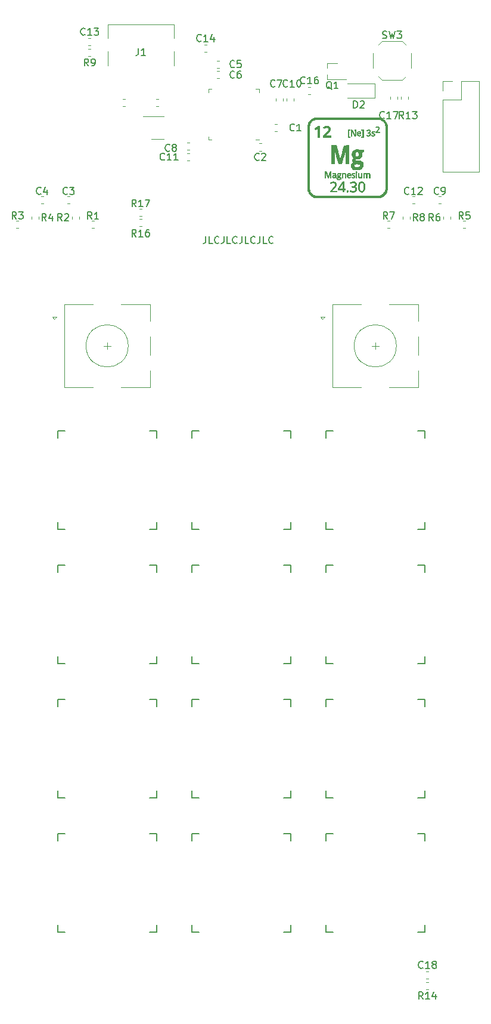
<source format=gbr>
G04 #@! TF.GenerationSoftware,KiCad,Pcbnew,(5.1.5)-3*
G04 #@! TF.CreationDate,2020-11-15T12:52:39-05:00*
G04 #@! TF.ProjectId,MgBoard,4d67426f-6172-4642-9e6b-696361645f70,rev?*
G04 #@! TF.SameCoordinates,PX39a64d0PYa4983b0*
G04 #@! TF.FileFunction,Legend,Top*
G04 #@! TF.FilePolarity,Positive*
%FSLAX46Y46*%
G04 Gerber Fmt 4.6, Leading zero omitted, Abs format (unit mm)*
G04 Created by KiCad (PCBNEW (5.1.5)-3) date 2020-11-15 12:52:39*
%MOMM*%
%LPD*%
G04 APERTURE LIST*
%ADD10C,0.150000*%
%ADD11C,0.010000*%
%ADD12C,0.120000*%
G04 APERTURE END LIST*
D10*
X30680952Y108387620D02*
X30680952Y107673334D01*
X30633333Y107530477D01*
X30538095Y107435239D01*
X30395238Y107387620D01*
X30300000Y107387620D01*
X31633333Y107387620D02*
X31157142Y107387620D01*
X31157142Y108387620D01*
X32538095Y107482858D02*
X32490476Y107435239D01*
X32347619Y107387620D01*
X32252380Y107387620D01*
X32109523Y107435239D01*
X32014285Y107530477D01*
X31966666Y107625715D01*
X31919047Y107816191D01*
X31919047Y107959048D01*
X31966666Y108149524D01*
X32014285Y108244762D01*
X32109523Y108340000D01*
X32252380Y108387620D01*
X32347619Y108387620D01*
X32490476Y108340000D01*
X32538095Y108292381D01*
X33252380Y108387620D02*
X33252380Y107673334D01*
X33204761Y107530477D01*
X33109523Y107435239D01*
X32966666Y107387620D01*
X32871428Y107387620D01*
X34204761Y107387620D02*
X33728571Y107387620D01*
X33728571Y108387620D01*
X35109523Y107482858D02*
X35061904Y107435239D01*
X34919047Y107387620D01*
X34823809Y107387620D01*
X34680952Y107435239D01*
X34585714Y107530477D01*
X34538095Y107625715D01*
X34490476Y107816191D01*
X34490476Y107959048D01*
X34538095Y108149524D01*
X34585714Y108244762D01*
X34680952Y108340000D01*
X34823809Y108387620D01*
X34919047Y108387620D01*
X35061904Y108340000D01*
X35109523Y108292381D01*
X35823809Y108387620D02*
X35823809Y107673334D01*
X35776190Y107530477D01*
X35680952Y107435239D01*
X35538095Y107387620D01*
X35442857Y107387620D01*
X36776190Y107387620D02*
X36300000Y107387620D01*
X36300000Y108387620D01*
X37680952Y107482858D02*
X37633333Y107435239D01*
X37490476Y107387620D01*
X37395238Y107387620D01*
X37252380Y107435239D01*
X37157142Y107530477D01*
X37109523Y107625715D01*
X37061904Y107816191D01*
X37061904Y107959048D01*
X37109523Y108149524D01*
X37157142Y108244762D01*
X37252380Y108340000D01*
X37395238Y108387620D01*
X37490476Y108387620D01*
X37633333Y108340000D01*
X37680952Y108292381D01*
X38395238Y108387620D02*
X38395238Y107673334D01*
X38347619Y107530477D01*
X38252380Y107435239D01*
X38109523Y107387620D01*
X38014285Y107387620D01*
X39347619Y107387620D02*
X38871428Y107387620D01*
X38871428Y108387620D01*
X40252380Y107482858D02*
X40204761Y107435239D01*
X40061904Y107387620D01*
X39966666Y107387620D01*
X39823809Y107435239D01*
X39728571Y107530477D01*
X39680952Y107625715D01*
X39633333Y107816191D01*
X39633333Y107959048D01*
X39680952Y108149524D01*
X39728571Y108244762D01*
X39823809Y108340000D01*
X39966666Y108387620D01*
X40061904Y108387620D01*
X40204761Y108340000D01*
X40252380Y108292381D01*
D11*
G36*
X55108332Y124026309D02*
G01*
X55179779Y124008205D01*
X55239347Y123974312D01*
X55246442Y123968374D01*
X55288882Y123919946D01*
X55312181Y123863912D01*
X55318599Y123802313D01*
X55315481Y123753504D01*
X55305013Y123707019D01*
X55285520Y123660181D01*
X55255330Y123610310D01*
X55212770Y123554730D01*
X55156166Y123490762D01*
X55083845Y123415728D01*
X55065644Y123397454D01*
X55018961Y123350547D01*
X54978430Y123309333D01*
X54946601Y123276446D01*
X54926027Y123254522D01*
X54919228Y123246264D01*
X54930054Y123244747D01*
X54960197Y123243422D01*
X55006151Y123242370D01*
X55064412Y123241667D01*
X55131476Y123241393D01*
X55136029Y123241392D01*
X55352831Y123241392D01*
X55352831Y123150107D01*
X54793711Y123150107D01*
X54793711Y123197637D01*
X54794310Y123213600D01*
X54797409Y123228389D01*
X54804962Y123244507D01*
X54818925Y123264460D01*
X54841251Y123290751D01*
X54873894Y123325886D01*
X54918810Y123372370D01*
X54974018Y123428702D01*
X55046561Y123503826D01*
X55103659Y123566313D01*
X55146972Y123618633D01*
X55178159Y123663255D01*
X55198881Y123702650D01*
X55210798Y123739287D01*
X55215571Y123775636D01*
X55215861Y123788489D01*
X55207884Y123841286D01*
X55186439Y123887955D01*
X55155124Y123921291D01*
X55147085Y123926218D01*
X55101376Y123939532D01*
X55043954Y123939684D01*
X54981010Y123927663D01*
X54918736Y123904456D01*
X54881582Y123883861D01*
X54859062Y123870851D01*
X54845320Y123871932D01*
X54830096Y123888614D01*
X54827636Y123891796D01*
X54812147Y123914197D01*
X54805383Y123928569D01*
X54805376Y123928719D01*
X54814696Y123941638D01*
X54839356Y123959818D01*
X54873576Y123979879D01*
X54911572Y123998440D01*
X54947565Y124012120D01*
X54948460Y124012391D01*
X55029671Y124027934D01*
X55108332Y124026309D01*
G37*
X55108332Y124026309D02*
X55179779Y124008205D01*
X55239347Y123974312D01*
X55246442Y123968374D01*
X55288882Y123919946D01*
X55312181Y123863912D01*
X55318599Y123802313D01*
X55315481Y123753504D01*
X55305013Y123707019D01*
X55285520Y123660181D01*
X55255330Y123610310D01*
X55212770Y123554730D01*
X55156166Y123490762D01*
X55083845Y123415728D01*
X55065644Y123397454D01*
X55018961Y123350547D01*
X54978430Y123309333D01*
X54946601Y123276446D01*
X54926027Y123254522D01*
X54919228Y123246264D01*
X54930054Y123244747D01*
X54960197Y123243422D01*
X55006151Y123242370D01*
X55064412Y123241667D01*
X55131476Y123241393D01*
X55136029Y123241392D01*
X55352831Y123241392D01*
X55352831Y123150107D01*
X54793711Y123150107D01*
X54793711Y123197637D01*
X54794310Y123213600D01*
X54797409Y123228389D01*
X54804962Y123244507D01*
X54818925Y123264460D01*
X54841251Y123290751D01*
X54873894Y123325886D01*
X54918810Y123372370D01*
X54974018Y123428702D01*
X55046561Y123503826D01*
X55103659Y123566313D01*
X55146972Y123618633D01*
X55178159Y123663255D01*
X55198881Y123702650D01*
X55210798Y123739287D01*
X55215571Y123775636D01*
X55215861Y123788489D01*
X55207884Y123841286D01*
X55186439Y123887955D01*
X55155124Y123921291D01*
X55147085Y123926218D01*
X55101376Y123939532D01*
X55043954Y123939684D01*
X54981010Y123927663D01*
X54918736Y123904456D01*
X54881582Y123883861D01*
X54859062Y123870851D01*
X54845320Y123871932D01*
X54830096Y123888614D01*
X54827636Y123891796D01*
X54812147Y123914197D01*
X54805383Y123928569D01*
X54805376Y123928719D01*
X54814696Y123941638D01*
X54839356Y123959818D01*
X54873576Y123979879D01*
X54911572Y123998440D01*
X54947565Y124012120D01*
X54948460Y124012391D01*
X55029671Y124027934D01*
X55108332Y124026309D01*
G36*
X51908943Y123535907D02*
G01*
X51958177Y123532362D01*
X51958177Y122676567D01*
X51899872Y122673174D01*
X51841567Y122669780D01*
X51373017Y123388968D01*
X51385361Y122670862D01*
X51279246Y122670862D01*
X51279246Y123539260D01*
X51338873Y123535811D01*
X51398501Y123532362D01*
X51626991Y123182419D01*
X51679246Y123102469D01*
X51727606Y123028631D01*
X51770647Y122963068D01*
X51806947Y122907942D01*
X51835082Y122865414D01*
X51853628Y122837645D01*
X51861162Y122826798D01*
X51861186Y122826772D01*
X51862471Y122836297D01*
X51863433Y122865975D01*
X51864055Y122913142D01*
X51864322Y122975134D01*
X51864217Y123049283D01*
X51863725Y123132927D01*
X51863301Y123180260D01*
X51859710Y123539452D01*
X51908943Y123535907D01*
G37*
X51908943Y123535907D02*
X51958177Y123532362D01*
X51958177Y122676567D01*
X51899872Y122673174D01*
X51841567Y122669780D01*
X51373017Y123388968D01*
X51385361Y122670862D01*
X51279246Y122670862D01*
X51279246Y123539260D01*
X51338873Y123535811D01*
X51398501Y123532362D01*
X51626991Y123182419D01*
X51679246Y123102469D01*
X51727606Y123028631D01*
X51770647Y122963068D01*
X51806947Y122907942D01*
X51835082Y122865414D01*
X51853628Y122837645D01*
X51861162Y122826798D01*
X51861186Y122826772D01*
X51862471Y122836297D01*
X51863433Y122865975D01*
X51864055Y122913142D01*
X51864322Y122975134D01*
X51864217Y123049283D01*
X51863725Y123132927D01*
X51863301Y123180260D01*
X51859710Y123539452D01*
X51908943Y123535907D01*
G36*
X54495649Y123329956D02*
G01*
X54541655Y123322760D01*
X54586286Y123312534D01*
X54623999Y123300727D01*
X54649253Y123288785D01*
X54656784Y123279664D01*
X54651825Y123258265D01*
X54640447Y123230345D01*
X54629032Y123210431D01*
X54618105Y123212023D01*
X54592147Y123218753D01*
X54571711Y123224695D01*
X54512122Y123237548D01*
X54452124Y123241775D01*
X54398113Y123237573D01*
X54356485Y123225137D01*
X54344531Y123217743D01*
X54320761Y123187391D01*
X54315003Y123152389D01*
X54327881Y123119960D01*
X54335416Y123111864D01*
X54354694Y123099320D01*
X54389347Y123081132D01*
X54433602Y123060229D01*
X54461225Y123048087D01*
X54511019Y123026061D01*
X54557169Y123004342D01*
X54592715Y122986262D01*
X54604514Y122979518D01*
X54642339Y122944886D01*
X54669128Y122898533D01*
X54679598Y122849679D01*
X54679605Y122848488D01*
X54668893Y122793660D01*
X54639514Y122742894D01*
X54595600Y122701210D01*
X54541284Y122673627D01*
X54533766Y122671364D01*
X54483979Y122663127D01*
X54421795Y122660689D01*
X54356825Y122663812D01*
X54298679Y122672258D01*
X54277381Y122677707D01*
X54245146Y122688671D01*
X54229166Y122699913D01*
X54223745Y122717945D01*
X54223181Y122739671D01*
X54224136Y122768140D01*
X54226520Y122783874D01*
X54227452Y122784968D01*
X54239732Y122781368D01*
X54265983Y122772242D01*
X54281652Y122766536D01*
X54319551Y122756860D01*
X54369710Y122749712D01*
X54419281Y122746645D01*
X54484752Y122749919D01*
X54531059Y122762948D01*
X54560126Y122786764D01*
X54573877Y122822400D01*
X54574873Y122830135D01*
X54573249Y122858808D01*
X54560514Y122884108D01*
X54534077Y122908275D01*
X54491345Y122933548D01*
X54429727Y122962166D01*
X54414585Y122968625D01*
X54345559Y122999530D01*
X54295260Y123026860D01*
X54260425Y123053146D01*
X54237793Y123080918D01*
X54224100Y123112708D01*
X54222757Y123117451D01*
X54218343Y123172851D01*
X54234138Y123223522D01*
X54267662Y123267150D01*
X54316430Y123301423D01*
X54377961Y123324029D01*
X54449772Y123332654D01*
X54453807Y123332677D01*
X54495649Y123329956D01*
G37*
X54495649Y123329956D02*
X54541655Y123322760D01*
X54586286Y123312534D01*
X54623999Y123300727D01*
X54649253Y123288785D01*
X54656784Y123279664D01*
X54651825Y123258265D01*
X54640447Y123230345D01*
X54629032Y123210431D01*
X54618105Y123212023D01*
X54592147Y123218753D01*
X54571711Y123224695D01*
X54512122Y123237548D01*
X54452124Y123241775D01*
X54398113Y123237573D01*
X54356485Y123225137D01*
X54344531Y123217743D01*
X54320761Y123187391D01*
X54315003Y123152389D01*
X54327881Y123119960D01*
X54335416Y123111864D01*
X54354694Y123099320D01*
X54389347Y123081132D01*
X54433602Y123060229D01*
X54461225Y123048087D01*
X54511019Y123026061D01*
X54557169Y123004342D01*
X54592715Y122986262D01*
X54604514Y122979518D01*
X54642339Y122944886D01*
X54669128Y122898533D01*
X54679598Y122849679D01*
X54679605Y122848488D01*
X54668893Y122793660D01*
X54639514Y122742894D01*
X54595600Y122701210D01*
X54541284Y122673627D01*
X54533766Y122671364D01*
X54483979Y122663127D01*
X54421795Y122660689D01*
X54356825Y122663812D01*
X54298679Y122672258D01*
X54277381Y122677707D01*
X54245146Y122688671D01*
X54229166Y122699913D01*
X54223745Y122717945D01*
X54223181Y122739671D01*
X54224136Y122768140D01*
X54226520Y122783874D01*
X54227452Y122784968D01*
X54239732Y122781368D01*
X54265983Y122772242D01*
X54281652Y122766536D01*
X54319551Y122756860D01*
X54369710Y122749712D01*
X54419281Y122746645D01*
X54484752Y122749919D01*
X54531059Y122762948D01*
X54560126Y122786764D01*
X54573877Y122822400D01*
X54574873Y122830135D01*
X54573249Y122858808D01*
X54560514Y122884108D01*
X54534077Y122908275D01*
X54491345Y122933548D01*
X54429727Y122962166D01*
X54414585Y122968625D01*
X54345559Y122999530D01*
X54295260Y123026860D01*
X54260425Y123053146D01*
X54237793Y123080918D01*
X54224100Y123112708D01*
X54222757Y123117451D01*
X54218343Y123172851D01*
X54234138Y123223522D01*
X54267662Y123267150D01*
X54316430Y123301423D01*
X54377961Y123324029D01*
X54449772Y123332654D01*
X54453807Y123332677D01*
X54495649Y123329956D01*
G36*
X53898475Y123533100D02*
G01*
X53959855Y123505978D01*
X54008796Y123465745D01*
X54042376Y123413125D01*
X54052982Y123380299D01*
X54058142Y123311481D01*
X54041915Y123248783D01*
X54005438Y123194643D01*
X53949846Y123151497D01*
X53945131Y123148877D01*
X53890314Y123119120D01*
X53927069Y123111769D01*
X53985570Y123090228D01*
X54033860Y123053245D01*
X54064529Y123008564D01*
X54083804Y122940598D01*
X54082207Y122872445D01*
X54061327Y122807966D01*
X54022752Y122751019D01*
X53968068Y122705467D01*
X53932211Y122686885D01*
X53889283Y122674825D01*
X53831068Y122666770D01*
X53764786Y122662939D01*
X53697655Y122663552D01*
X53636893Y122668829D01*
X53597237Y122676690D01*
X53555613Y122688876D01*
X53531306Y122699244D01*
X53519658Y122712132D01*
X53516011Y122731881D01*
X53515724Y122752630D01*
X53517438Y122782013D01*
X53523887Y122793152D01*
X53533263Y122792090D01*
X53611438Y122767792D01*
X53691429Y122753035D01*
X53767801Y122748157D01*
X53835119Y122753499D01*
X53887949Y122769400D01*
X53888945Y122769890D01*
X53936143Y122804063D01*
X53966526Y122848307D01*
X53979836Y122898034D01*
X53975815Y122948659D01*
X53954206Y122995596D01*
X53914752Y123034257D01*
X53904177Y123040894D01*
X53874575Y123053691D01*
X53835140Y123062116D01*
X53780306Y123067219D01*
X53758692Y123068317D01*
X53652651Y123072955D01*
X53652651Y123161518D01*
X53718262Y123161582D01*
X53795247Y123167395D01*
X53855925Y123185456D01*
X53903949Y123216950D01*
X53911707Y123224311D01*
X53935397Y123251580D01*
X53946432Y123277870D01*
X53949313Y123314465D01*
X53949327Y123318586D01*
X53941075Y123374957D01*
X53915672Y123416790D01*
X53872151Y123445641D01*
X53869479Y123446772D01*
X53824131Y123456494D01*
X53766834Y123455815D01*
X53705470Y123445630D01*
X53647920Y123426832D01*
X53633160Y123419944D01*
X53574177Y123390055D01*
X53550656Y123419958D01*
X53534559Y123442603D01*
X53527184Y123457283D01*
X53527134Y123457867D01*
X53536496Y123466852D01*
X53560759Y123481943D01*
X53587040Y123495959D01*
X53668939Y123528540D01*
X53750094Y123545107D01*
X53827580Y123546385D01*
X53898475Y123533100D01*
G37*
X53898475Y123533100D02*
X53959855Y123505978D01*
X54008796Y123465745D01*
X54042376Y123413125D01*
X54052982Y123380299D01*
X54058142Y123311481D01*
X54041915Y123248783D01*
X54005438Y123194643D01*
X53949846Y123151497D01*
X53945131Y123148877D01*
X53890314Y123119120D01*
X53927069Y123111769D01*
X53985570Y123090228D01*
X54033860Y123053245D01*
X54064529Y123008564D01*
X54083804Y122940598D01*
X54082207Y122872445D01*
X54061327Y122807966D01*
X54022752Y122751019D01*
X53968068Y122705467D01*
X53932211Y122686885D01*
X53889283Y122674825D01*
X53831068Y122666770D01*
X53764786Y122662939D01*
X53697655Y122663552D01*
X53636893Y122668829D01*
X53597237Y122676690D01*
X53555613Y122688876D01*
X53531306Y122699244D01*
X53519658Y122712132D01*
X53516011Y122731881D01*
X53515724Y122752630D01*
X53517438Y122782013D01*
X53523887Y122793152D01*
X53533263Y122792090D01*
X53611438Y122767792D01*
X53691429Y122753035D01*
X53767801Y122748157D01*
X53835119Y122753499D01*
X53887949Y122769400D01*
X53888945Y122769890D01*
X53936143Y122804063D01*
X53966526Y122848307D01*
X53979836Y122898034D01*
X53975815Y122948659D01*
X53954206Y122995596D01*
X53914752Y123034257D01*
X53904177Y123040894D01*
X53874575Y123053691D01*
X53835140Y123062116D01*
X53780306Y123067219D01*
X53758692Y123068317D01*
X53652651Y123072955D01*
X53652651Y123161518D01*
X53718262Y123161582D01*
X53795247Y123167395D01*
X53855925Y123185456D01*
X53903949Y123216950D01*
X53911707Y123224311D01*
X53935397Y123251580D01*
X53946432Y123277870D01*
X53949313Y123314465D01*
X53949327Y123318586D01*
X53941075Y123374957D01*
X53915672Y123416790D01*
X53872151Y123445641D01*
X53869479Y123446772D01*
X53824131Y123456494D01*
X53766834Y123455815D01*
X53705470Y123445630D01*
X53647920Y123426832D01*
X53633160Y123419944D01*
X53574177Y123390055D01*
X53550656Y123419958D01*
X53534559Y123442603D01*
X53527184Y123457283D01*
X53527134Y123457867D01*
X53536496Y123466852D01*
X53560759Y123481943D01*
X53587040Y123495959D01*
X53668939Y123528540D01*
X53750094Y123545107D01*
X53827580Y123546385D01*
X53898475Y123533100D01*
G36*
X52510687Y123318020D02*
G01*
X52579577Y123284954D01*
X52581184Y123283885D01*
X52624560Y123242141D01*
X52658894Y123183185D01*
X52681963Y123111586D01*
X52689845Y123060641D01*
X52697438Y122978948D01*
X52249147Y122978948D01*
X52249147Y122941429D01*
X52257205Y122897468D01*
X52278065Y122848853D01*
X52306754Y122805248D01*
X52331997Y122780464D01*
X52369902Y122763657D01*
X52423171Y122754271D01*
X52485585Y122752321D01*
X52550921Y122757820D01*
X52612958Y122770784D01*
X52639986Y122779757D01*
X52652851Y122781340D01*
X52658643Y122769614D01*
X52659929Y122742050D01*
X52659929Y122696691D01*
X52593569Y122678071D01*
X52529372Y122665468D01*
X52459988Y122660662D01*
X52394091Y122663734D01*
X52340353Y122674764D01*
X52337683Y122675688D01*
X52265394Y122712729D01*
X52208710Y122766325D01*
X52168462Y122835648D01*
X52162732Y122850556D01*
X52153130Y122893854D01*
X52148219Y122951339D01*
X52147983Y123014868D01*
X52151149Y123058823D01*
X52247334Y123058823D01*
X52580054Y123058823D01*
X52580054Y123087716D01*
X52570637Y123137171D01*
X52546006Y123185218D01*
X52517140Y123216655D01*
X52479237Y123234454D01*
X52430245Y123241531D01*
X52379435Y123237470D01*
X52340967Y123224553D01*
X52305543Y123195602D01*
X52275547Y123151574D01*
X52256140Y123100210D01*
X52255177Y123095907D01*
X52247334Y123058823D01*
X52151149Y123058823D01*
X52152409Y123076298D01*
X52161480Y123127486D01*
X52163240Y123133773D01*
X52194883Y123203418D01*
X52241944Y123259253D01*
X52300739Y123299953D01*
X52367584Y123324197D01*
X52438794Y123330660D01*
X52510687Y123318020D01*
G37*
X52510687Y123318020D02*
X52579577Y123284954D01*
X52581184Y123283885D01*
X52624560Y123242141D01*
X52658894Y123183185D01*
X52681963Y123111586D01*
X52689845Y123060641D01*
X52697438Y122978948D01*
X52249147Y122978948D01*
X52249147Y122941429D01*
X52257205Y122897468D01*
X52278065Y122848853D01*
X52306754Y122805248D01*
X52331997Y122780464D01*
X52369902Y122763657D01*
X52423171Y122754271D01*
X52485585Y122752321D01*
X52550921Y122757820D01*
X52612958Y122770784D01*
X52639986Y122779757D01*
X52652851Y122781340D01*
X52658643Y122769614D01*
X52659929Y122742050D01*
X52659929Y122696691D01*
X52593569Y122678071D01*
X52529372Y122665468D01*
X52459988Y122660662D01*
X52394091Y122663734D01*
X52340353Y122674764D01*
X52337683Y122675688D01*
X52265394Y122712729D01*
X52208710Y122766325D01*
X52168462Y122835648D01*
X52162732Y122850556D01*
X52153130Y122893854D01*
X52148219Y122951339D01*
X52147983Y123014868D01*
X52151149Y123058823D01*
X52247334Y123058823D01*
X52580054Y123058823D01*
X52580054Y123087716D01*
X52570637Y123137171D01*
X52546006Y123185218D01*
X52517140Y123216655D01*
X52479237Y123234454D01*
X52430245Y123241531D01*
X52379435Y123237470D01*
X52340967Y123224553D01*
X52305543Y123195602D01*
X52275547Y123151574D01*
X52256140Y123100210D01*
X52255177Y123095907D01*
X52247334Y123058823D01*
X52151149Y123058823D01*
X52152409Y123076298D01*
X52161480Y123127486D01*
X52163240Y123133773D01*
X52194883Y123203418D01*
X52241944Y123259253D01*
X52300739Y123299953D01*
X52367584Y123324197D01*
X52438794Y123330660D01*
X52510687Y123318020D01*
G36*
X53047889Y122476882D02*
G01*
X52785445Y122476882D01*
X52785445Y122568167D01*
X52945194Y122568167D01*
X52945194Y123446783D01*
X52785445Y123446783D01*
X52785445Y123538068D01*
X53047889Y123538068D01*
X53047889Y122476882D01*
G37*
X53047889Y122476882D02*
X52785445Y122476882D01*
X52785445Y122568167D01*
X52945194Y122568167D01*
X52945194Y123446783D01*
X52785445Y123446783D01*
X52785445Y123538068D01*
X53047889Y123538068D01*
X53047889Y122476882D01*
G36*
X51130908Y123446783D02*
G01*
X50959749Y123446783D01*
X50959749Y122568167D01*
X51130908Y122568167D01*
X51130908Y122476882D01*
X50999328Y122476882D01*
X50936590Y122477728D01*
X50894317Y122480426D01*
X50870213Y122485216D01*
X50862278Y122491145D01*
X50861212Y122505190D01*
X50860345Y122539694D01*
X50859687Y122592293D01*
X50859250Y122660626D01*
X50859046Y122742330D01*
X50859084Y122835043D01*
X50859377Y122936403D01*
X50859784Y123018885D01*
X50862759Y123532362D01*
X50996833Y123535577D01*
X51130908Y123538792D01*
X51130908Y123446783D01*
G37*
X51130908Y123446783D02*
X50959749Y123446783D01*
X50959749Y122568167D01*
X51130908Y122568167D01*
X51130908Y122476882D01*
X50999328Y122476882D01*
X50936590Y122477728D01*
X50894317Y122480426D01*
X50870213Y122485216D01*
X50862278Y122491145D01*
X50861212Y122505190D01*
X50860345Y122539694D01*
X50859687Y122592293D01*
X50859250Y122660626D01*
X50859046Y122742330D01*
X50859084Y122835043D01*
X50859377Y122936403D01*
X50859784Y123018885D01*
X50862759Y123532362D01*
X50996833Y123535577D01*
X51130908Y123538792D01*
X51130908Y123446783D01*
G36*
X48007362Y124070019D02*
G01*
X48009010Y124069634D01*
X48109451Y124035880D01*
X48194143Y123986604D01*
X48262045Y123923415D01*
X48312116Y123847920D01*
X48343315Y123761727D01*
X48354600Y123666445D01*
X48344932Y123563680D01*
X48342941Y123553849D01*
X48329483Y123499367D01*
X48312077Y123447993D01*
X48289157Y123397571D01*
X48259155Y123345942D01*
X48220502Y123290950D01*
X48171633Y123230437D01*
X48110978Y123162247D01*
X48036972Y123084221D01*
X47948045Y122994204D01*
X47905716Y122952150D01*
X47656380Y122705474D01*
X48036195Y122705284D01*
X48416011Y122705094D01*
X48412745Y122593840D01*
X48409479Y122482587D01*
X47878047Y122479623D01*
X47770043Y122479182D01*
X47669077Y122479082D01*
X47577429Y122479303D01*
X47497382Y122479824D01*
X47431218Y122480626D01*
X47381219Y122481688D01*
X47349666Y122482990D01*
X47338896Y122484377D01*
X47335158Y122498796D01*
X47332417Y122529731D01*
X47331197Y122570882D01*
X47331177Y122576937D01*
X47331177Y122661778D01*
X47611739Y122948276D01*
X47712176Y123051386D01*
X47797443Y123140385D01*
X47868805Y123216999D01*
X47927526Y123282950D01*
X47974872Y123339963D01*
X48012106Y123389760D01*
X48040494Y123434066D01*
X48061300Y123474604D01*
X48075791Y123513098D01*
X48085229Y123551271D01*
X48090880Y123590848D01*
X48091983Y123602736D01*
X48094392Y123652088D01*
X48090934Y123688890D01*
X48080394Y123722935D01*
X48075699Y123734008D01*
X48039662Y123789697D01*
X47989323Y123829862D01*
X47927170Y123854439D01*
X47855691Y123863363D01*
X47777372Y123856568D01*
X47694700Y123833990D01*
X47610164Y123795562D01*
X47535633Y123748167D01*
X47483350Y123710098D01*
X47418674Y123788715D01*
X47389830Y123824966D01*
X47367613Y123855152D01*
X47355367Y123874627D01*
X47353999Y123878592D01*
X47363123Y123891488D01*
X47387636Y123912768D01*
X47423253Y123939256D01*
X47465685Y123967777D01*
X47510646Y123995155D01*
X47513747Y123996930D01*
X47601781Y124036714D01*
X47702388Y124064976D01*
X47808341Y124080655D01*
X47912409Y124082690D01*
X48007362Y124070019D01*
G37*
X48007362Y124070019D02*
X48009010Y124069634D01*
X48109451Y124035880D01*
X48194143Y123986604D01*
X48262045Y123923415D01*
X48312116Y123847920D01*
X48343315Y123761727D01*
X48354600Y123666445D01*
X48344932Y123563680D01*
X48342941Y123553849D01*
X48329483Y123499367D01*
X48312077Y123447993D01*
X48289157Y123397571D01*
X48259155Y123345942D01*
X48220502Y123290950D01*
X48171633Y123230437D01*
X48110978Y123162247D01*
X48036972Y123084221D01*
X47948045Y122994204D01*
X47905716Y122952150D01*
X47656380Y122705474D01*
X48036195Y122705284D01*
X48416011Y122705094D01*
X48412745Y122593840D01*
X48409479Y122482587D01*
X47878047Y122479623D01*
X47770043Y122479182D01*
X47669077Y122479082D01*
X47577429Y122479303D01*
X47497382Y122479824D01*
X47431218Y122480626D01*
X47381219Y122481688D01*
X47349666Y122482990D01*
X47338896Y122484377D01*
X47335158Y122498796D01*
X47332417Y122529731D01*
X47331197Y122570882D01*
X47331177Y122576937D01*
X47331177Y122661778D01*
X47611739Y122948276D01*
X47712176Y123051386D01*
X47797443Y123140385D01*
X47868805Y123216999D01*
X47927526Y123282950D01*
X47974872Y123339963D01*
X48012106Y123389760D01*
X48040494Y123434066D01*
X48061300Y123474604D01*
X48075791Y123513098D01*
X48085229Y123551271D01*
X48090880Y123590848D01*
X48091983Y123602736D01*
X48094392Y123652088D01*
X48090934Y123688890D01*
X48080394Y123722935D01*
X48075699Y123734008D01*
X48039662Y123789697D01*
X47989323Y123829862D01*
X47927170Y123854439D01*
X47855691Y123863363D01*
X47777372Y123856568D01*
X47694700Y123833990D01*
X47610164Y123795562D01*
X47535633Y123748167D01*
X47483350Y123710098D01*
X47418674Y123788715D01*
X47389830Y123824966D01*
X47367613Y123855152D01*
X47355367Y123874627D01*
X47353999Y123878592D01*
X47363123Y123891488D01*
X47387636Y123912768D01*
X47423253Y123939256D01*
X47465685Y123967777D01*
X47510646Y123995155D01*
X47513747Y123996930D01*
X47601781Y124036714D01*
X47702388Y124064976D01*
X47808341Y124080655D01*
X47912409Y124082690D01*
X48007362Y124070019D01*
G36*
X46817700Y122476882D02*
G01*
X46566298Y122476882D01*
X46569335Y123127288D01*
X46569852Y123246753D01*
X46570257Y123359123D01*
X46570551Y123462375D01*
X46570729Y123554485D01*
X46570791Y123633431D01*
X46570735Y123697188D01*
X46570558Y123743734D01*
X46570260Y123771044D01*
X46569944Y123777693D01*
X46560833Y123770774D01*
X46537175Y123751635D01*
X46501926Y123722699D01*
X46458043Y123686389D01*
X46423768Y123657879D01*
X46375181Y123617792D01*
X46332638Y123583466D01*
X46299226Y123557330D01*
X46278035Y123541814D01*
X46272153Y123538570D01*
X46262025Y123547205D01*
X46241832Y123569795D01*
X46215285Y123602101D01*
X46204714Y123615518D01*
X46175743Y123653906D01*
X46159775Y123679068D01*
X46154882Y123695034D01*
X46159134Y123705836D01*
X46160688Y123707509D01*
X46173764Y123718737D01*
X46202098Y123741885D01*
X46242995Y123774789D01*
X46293757Y123815286D01*
X46351685Y123861213D01*
X46391419Y123892570D01*
X46606604Y124062085D01*
X46817700Y124062955D01*
X46817700Y122476882D01*
G37*
X46817700Y122476882D02*
X46566298Y122476882D01*
X46569335Y123127288D01*
X46569852Y123246753D01*
X46570257Y123359123D01*
X46570551Y123462375D01*
X46570729Y123554485D01*
X46570791Y123633431D01*
X46570735Y123697188D01*
X46570558Y123743734D01*
X46570260Y123771044D01*
X46569944Y123777693D01*
X46560833Y123770774D01*
X46537175Y123751635D01*
X46501926Y123722699D01*
X46458043Y123686389D01*
X46423768Y123657879D01*
X46375181Y123617792D01*
X46332638Y123583466D01*
X46299226Y123557330D01*
X46278035Y123541814D01*
X46272153Y123538570D01*
X46262025Y123547205D01*
X46241832Y123569795D01*
X46215285Y123602101D01*
X46204714Y123615518D01*
X46175743Y123653906D01*
X46159775Y123679068D01*
X46154882Y123695034D01*
X46159134Y123705836D01*
X46160688Y123707509D01*
X46173764Y123718737D01*
X46202098Y123741885D01*
X46242995Y123774789D01*
X46293757Y123815286D01*
X46351685Y123861213D01*
X46391419Y123892570D01*
X46606604Y124062085D01*
X46817700Y124062955D01*
X46817700Y122476882D01*
G36*
X50993981Y118734204D02*
G01*
X50534775Y118734204D01*
X50541877Y119655610D01*
X50543075Y119801092D01*
X50544382Y119941768D01*
X50545772Y120075707D01*
X50547217Y120200976D01*
X50548691Y120315645D01*
X50550167Y120417780D01*
X50551618Y120505451D01*
X50553017Y120576725D01*
X50554338Y120629671D01*
X50555554Y120662357D01*
X50555922Y120668301D01*
X50558075Y120709201D01*
X50557736Y120738301D01*
X50555036Y120750916D01*
X50553651Y120750664D01*
X50549178Y120738638D01*
X50538808Y120706247D01*
X50523004Y120655047D01*
X50502230Y120586589D01*
X50476950Y120502429D01*
X50447625Y120404118D01*
X50414720Y120293211D01*
X50378698Y120171261D01*
X50340022Y120039822D01*
X50299155Y119900446D01*
X50256561Y119754688D01*
X50252517Y119740826D01*
X49960598Y118739910D01*
X49505734Y118739910D01*
X49231847Y119746895D01*
X49191840Y119893748D01*
X49153460Y120034164D01*
X49117136Y120166600D01*
X49083296Y120289515D01*
X49052369Y120401365D01*
X49024785Y120500610D01*
X49000972Y120585705D01*
X48981358Y120655111D01*
X48966373Y120707283D01*
X48956446Y120740680D01*
X48952004Y120753759D01*
X48951869Y120753891D01*
X48950727Y120742993D01*
X48950628Y120712278D01*
X48951501Y120664720D01*
X48953273Y120603297D01*
X48955874Y120530985D01*
X48959072Y120454363D01*
X48961542Y120386852D01*
X48963898Y120299710D01*
X48966092Y120196128D01*
X48968082Y120079296D01*
X48969820Y119952406D01*
X48971263Y119818647D01*
X48972366Y119681210D01*
X48973082Y119543286D01*
X48973335Y119444514D01*
X48974304Y118734204D01*
X48540701Y118734204D01*
X48540701Y121324411D01*
X49201444Y121324411D01*
X49211675Y121287327D01*
X49216186Y121270907D01*
X49226273Y121234148D01*
X49241478Y121178718D01*
X49261343Y121106287D01*
X49285410Y121018524D01*
X49313223Y120917099D01*
X49344322Y120803680D01*
X49378250Y120679938D01*
X49414550Y120547541D01*
X49452764Y120408158D01*
X49482331Y120300309D01*
X49521474Y120157802D01*
X49558983Y120021777D01*
X49594412Y119893821D01*
X49627313Y119775520D01*
X49657243Y119668461D01*
X49683754Y119574230D01*
X49706400Y119494414D01*
X49724736Y119430598D01*
X49738316Y119384369D01*
X49746693Y119357313D01*
X49749343Y119350538D01*
X49753420Y119361266D01*
X49763371Y119392370D01*
X49778735Y119442299D01*
X49799052Y119509505D01*
X49823861Y119592438D01*
X49852703Y119689549D01*
X49885118Y119799287D01*
X49920645Y119920105D01*
X49958824Y120050452D01*
X49999194Y120188778D01*
X50041297Y120333535D01*
X50041636Y120334702D01*
X50327341Y121318706D01*
X50993981Y121324756D01*
X50993981Y118734204D01*
G37*
X50993981Y118734204D02*
X50534775Y118734204D01*
X50541877Y119655610D01*
X50543075Y119801092D01*
X50544382Y119941768D01*
X50545772Y120075707D01*
X50547217Y120200976D01*
X50548691Y120315645D01*
X50550167Y120417780D01*
X50551618Y120505451D01*
X50553017Y120576725D01*
X50554338Y120629671D01*
X50555554Y120662357D01*
X50555922Y120668301D01*
X50558075Y120709201D01*
X50557736Y120738301D01*
X50555036Y120750916D01*
X50553651Y120750664D01*
X50549178Y120738638D01*
X50538808Y120706247D01*
X50523004Y120655047D01*
X50502230Y120586589D01*
X50476950Y120502429D01*
X50447625Y120404118D01*
X50414720Y120293211D01*
X50378698Y120171261D01*
X50340022Y120039822D01*
X50299155Y119900446D01*
X50256561Y119754688D01*
X50252517Y119740826D01*
X49960598Y118739910D01*
X49505734Y118739910D01*
X49231847Y119746895D01*
X49191840Y119893748D01*
X49153460Y120034164D01*
X49117136Y120166600D01*
X49083296Y120289515D01*
X49052369Y120401365D01*
X49024785Y120500610D01*
X49000972Y120585705D01*
X48981358Y120655111D01*
X48966373Y120707283D01*
X48956446Y120740680D01*
X48952004Y120753759D01*
X48951869Y120753891D01*
X48950727Y120742993D01*
X48950628Y120712278D01*
X48951501Y120664720D01*
X48953273Y120603297D01*
X48955874Y120530985D01*
X48959072Y120454363D01*
X48961542Y120386852D01*
X48963898Y120299710D01*
X48966092Y120196128D01*
X48968082Y120079296D01*
X48969820Y119952406D01*
X48971263Y119818647D01*
X48972366Y119681210D01*
X48973082Y119543286D01*
X48973335Y119444514D01*
X48974304Y118734204D01*
X48540701Y118734204D01*
X48540701Y121324411D01*
X49201444Y121324411D01*
X49211675Y121287327D01*
X49216186Y121270907D01*
X49226273Y121234148D01*
X49241478Y121178718D01*
X49261343Y121106287D01*
X49285410Y121018524D01*
X49313223Y120917099D01*
X49344322Y120803680D01*
X49378250Y120679938D01*
X49414550Y120547541D01*
X49452764Y120408158D01*
X49482331Y120300309D01*
X49521474Y120157802D01*
X49558983Y120021777D01*
X49594412Y119893821D01*
X49627313Y119775520D01*
X49657243Y119668461D01*
X49683754Y119574230D01*
X49706400Y119494414D01*
X49724736Y119430598D01*
X49738316Y119384369D01*
X49746693Y119357313D01*
X49749343Y119350538D01*
X49753420Y119361266D01*
X49763371Y119392370D01*
X49778735Y119442299D01*
X49799052Y119509505D01*
X49823861Y119592438D01*
X49852703Y119689549D01*
X49885118Y119799287D01*
X49920645Y119920105D01*
X49958824Y120050452D01*
X49999194Y120188778D01*
X50041297Y120333535D01*
X50041636Y120334702D01*
X50327341Y121318706D01*
X50993981Y121324756D01*
X50993981Y118734204D01*
G36*
X52258337Y120741400D02*
G01*
X52351070Y120730494D01*
X52368958Y120727379D01*
X52410499Y120720818D01*
X52457693Y120715832D01*
X52514013Y120712252D01*
X52582935Y120709910D01*
X52667930Y120708641D01*
X52765477Y120708275D01*
X53059300Y120708239D01*
X53059300Y120435765D01*
X52959457Y120405925D01*
X52898061Y120387494D01*
X52855252Y120374205D01*
X52827743Y120364700D01*
X52812245Y120357620D01*
X52805469Y120351606D01*
X52804128Y120345300D01*
X52804437Y120341871D01*
X52809291Y120323379D01*
X52820052Y120291122D01*
X52832355Y120257520D01*
X52847416Y120200627D01*
X52856749Y120128804D01*
X52860251Y120049234D01*
X52857820Y119969103D01*
X52849351Y119895599D01*
X52838263Y119846738D01*
X52793417Y119733171D01*
X52731927Y119635193D01*
X52653744Y119552758D01*
X52558817Y119485816D01*
X52447099Y119434320D01*
X52397404Y119417949D01*
X52358406Y119407580D01*
X52319190Y119400207D01*
X52274366Y119395272D01*
X52218544Y119392216D01*
X52146332Y119390480D01*
X52130196Y119390251D01*
X52061762Y119389194D01*
X52012455Y119387751D01*
X51978583Y119385415D01*
X51956452Y119381680D01*
X51942368Y119376039D01*
X51932639Y119367985D01*
X51927942Y119362511D01*
X51910655Y119333677D01*
X51896678Y119298253D01*
X51896058Y119296074D01*
X51892061Y119249387D01*
X51908832Y119210395D01*
X51947175Y119177357D01*
X51952471Y119174171D01*
X51966240Y119167055D01*
X51982301Y119161401D01*
X52003568Y119156947D01*
X52032952Y119153433D01*
X52073367Y119150595D01*
X52127723Y119148173D01*
X52198934Y119145904D01*
X52289913Y119143528D01*
X52294789Y119143408D01*
X52400063Y119140397D01*
X52484947Y119136984D01*
X52551871Y119132997D01*
X52603267Y119128268D01*
X52641564Y119122627D01*
X52662973Y119117746D01*
X52768902Y119079009D01*
X52857086Y119026196D01*
X52927724Y118959032D01*
X52981012Y118877240D01*
X53017150Y118780545D01*
X53036335Y118668671D01*
X53039799Y118592289D01*
X53033386Y118473357D01*
X53012138Y118369127D01*
X52974575Y118275794D01*
X52919220Y118189557D01*
X52854852Y118116755D01*
X52804971Y118069320D01*
X52759702Y118033552D01*
X52709901Y118002911D01*
X52659929Y117977343D01*
X52540263Y117929373D01*
X52405288Y117892984D01*
X52259730Y117868838D01*
X52108316Y117857592D01*
X51955775Y117859907D01*
X51871520Y117867384D01*
X51738983Y117891211D01*
X51622222Y117929441D01*
X51521939Y117981362D01*
X51438833Y118046262D01*
X51373603Y118123429D01*
X51326950Y118212150D01*
X51299573Y118311714D01*
X51292172Y118421409D01*
X51292251Y118422992D01*
X51714709Y118422992D01*
X51720200Y118382059D01*
X51724292Y118368986D01*
X51748083Y118331851D01*
X51786018Y118293773D01*
X51830731Y118261437D01*
X51858382Y118247306D01*
X51918672Y118229741D01*
X51995038Y118219151D01*
X52081818Y118215565D01*
X52173350Y118219012D01*
X52263971Y118229519D01*
X52339449Y118244879D01*
X52432348Y118276121D01*
X52506923Y118317499D01*
X52562390Y118368157D01*
X52597964Y118427238D01*
X52612861Y118493886D01*
X52611014Y118541382D01*
X52595883Y118596108D01*
X52565201Y118637078D01*
X52515656Y118668645D01*
X52513481Y118669661D01*
X52495535Y118677370D01*
X52477149Y118683281D01*
X52455112Y118687630D01*
X52426215Y118690656D01*
X52387246Y118692595D01*
X52334995Y118693685D01*
X52266252Y118694163D01*
X52180683Y118694267D01*
X52093723Y118694219D01*
X52026377Y118693883D01*
X51975440Y118692977D01*
X51937705Y118691216D01*
X51909967Y118688317D01*
X51889018Y118683995D01*
X51871653Y118677967D01*
X51854666Y118669948D01*
X51844071Y118664456D01*
X51782742Y118621613D01*
X51741040Y118567214D01*
X51718624Y118500746D01*
X51715060Y118471793D01*
X51714709Y118422992D01*
X51292251Y118422992D01*
X51293871Y118455127D01*
X51312228Y118555659D01*
X51350531Y118646256D01*
X51407439Y118725204D01*
X51481609Y118790791D01*
X51571700Y118841302D01*
X51607301Y118855299D01*
X51640008Y118867838D01*
X51661707Y118878016D01*
X51667065Y118882368D01*
X51658341Y118891679D01*
X51636783Y118907635D01*
X51628906Y118912861D01*
X51591951Y118945485D01*
X51555351Y118992274D01*
X51524609Y119045161D01*
X51506042Y119092963D01*
X51497654Y119156275D01*
X51502597Y119225099D01*
X51519621Y119289292D01*
X51533942Y119319395D01*
X51560608Y119356651D01*
X51598512Y119399736D01*
X51640710Y119441525D01*
X51680261Y119474892D01*
X51695860Y119485577D01*
X51711821Y119496853D01*
X51708332Y119505259D01*
X51695733Y119513343D01*
X51677615Y119527402D01*
X51648577Y119553174D01*
X51613688Y119586087D01*
X51598036Y119601410D01*
X51534807Y119673958D01*
X51487454Y119752117D01*
X51454717Y119839395D01*
X51435336Y119939301D01*
X51428049Y120055346D01*
X51427959Y120069245D01*
X51889832Y120069245D01*
X51890395Y120006464D01*
X51892459Y119960865D01*
X51896765Y119926820D01*
X51904053Y119898702D01*
X51915064Y119870885D01*
X51916333Y119868048D01*
X51937570Y119828435D01*
X51962301Y119792724D01*
X51974834Y119778714D01*
X52027358Y119743120D01*
X52091852Y119722159D01*
X52161894Y119716956D01*
X52231061Y119728635D01*
X52241344Y119732048D01*
X52286404Y119753234D01*
X52320789Y119783338D01*
X52350781Y119828341D01*
X52359134Y119844202D01*
X52384342Y119913779D01*
X52398334Y119996346D01*
X52401148Y120085037D01*
X52392822Y120172989D01*
X52373393Y120253338D01*
X52356631Y120294619D01*
X52317057Y120351298D01*
X52263368Y120391622D01*
X52198602Y120414292D01*
X52125793Y120418008D01*
X52083518Y120411524D01*
X52017220Y120387008D01*
X51964816Y120345434D01*
X51924175Y120285036D01*
X51919714Y120275856D01*
X51906975Y120246780D01*
X51898447Y120220233D01*
X51893304Y120190505D01*
X51890720Y120151887D01*
X51889869Y120098668D01*
X51889832Y120069245D01*
X51427959Y120069245D01*
X51427921Y120074950D01*
X51429792Y120142167D01*
X51434894Y120207024D01*
X51442460Y120260713D01*
X51445260Y120274032D01*
X51482617Y120386497D01*
X51538062Y120485346D01*
X51610814Y120569796D01*
X51700092Y120639066D01*
X51805115Y120692374D01*
X51891836Y120720908D01*
X51968435Y120735453D01*
X52059839Y120743782D01*
X52158866Y120745797D01*
X52258337Y120741400D01*
G37*
X52258337Y120741400D02*
X52351070Y120730494D01*
X52368958Y120727379D01*
X52410499Y120720818D01*
X52457693Y120715832D01*
X52514013Y120712252D01*
X52582935Y120709910D01*
X52667930Y120708641D01*
X52765477Y120708275D01*
X53059300Y120708239D01*
X53059300Y120435765D01*
X52959457Y120405925D01*
X52898061Y120387494D01*
X52855252Y120374205D01*
X52827743Y120364700D01*
X52812245Y120357620D01*
X52805469Y120351606D01*
X52804128Y120345300D01*
X52804437Y120341871D01*
X52809291Y120323379D01*
X52820052Y120291122D01*
X52832355Y120257520D01*
X52847416Y120200627D01*
X52856749Y120128804D01*
X52860251Y120049234D01*
X52857820Y119969103D01*
X52849351Y119895599D01*
X52838263Y119846738D01*
X52793417Y119733171D01*
X52731927Y119635193D01*
X52653744Y119552758D01*
X52558817Y119485816D01*
X52447099Y119434320D01*
X52397404Y119417949D01*
X52358406Y119407580D01*
X52319190Y119400207D01*
X52274366Y119395272D01*
X52218544Y119392216D01*
X52146332Y119390480D01*
X52130196Y119390251D01*
X52061762Y119389194D01*
X52012455Y119387751D01*
X51978583Y119385415D01*
X51956452Y119381680D01*
X51942368Y119376039D01*
X51932639Y119367985D01*
X51927942Y119362511D01*
X51910655Y119333677D01*
X51896678Y119298253D01*
X51896058Y119296074D01*
X51892061Y119249387D01*
X51908832Y119210395D01*
X51947175Y119177357D01*
X51952471Y119174171D01*
X51966240Y119167055D01*
X51982301Y119161401D01*
X52003568Y119156947D01*
X52032952Y119153433D01*
X52073367Y119150595D01*
X52127723Y119148173D01*
X52198934Y119145904D01*
X52289913Y119143528D01*
X52294789Y119143408D01*
X52400063Y119140397D01*
X52484947Y119136984D01*
X52551871Y119132997D01*
X52603267Y119128268D01*
X52641564Y119122627D01*
X52662973Y119117746D01*
X52768902Y119079009D01*
X52857086Y119026196D01*
X52927724Y118959032D01*
X52981012Y118877240D01*
X53017150Y118780545D01*
X53036335Y118668671D01*
X53039799Y118592289D01*
X53033386Y118473357D01*
X53012138Y118369127D01*
X52974575Y118275794D01*
X52919220Y118189557D01*
X52854852Y118116755D01*
X52804971Y118069320D01*
X52759702Y118033552D01*
X52709901Y118002911D01*
X52659929Y117977343D01*
X52540263Y117929373D01*
X52405288Y117892984D01*
X52259730Y117868838D01*
X52108316Y117857592D01*
X51955775Y117859907D01*
X51871520Y117867384D01*
X51738983Y117891211D01*
X51622222Y117929441D01*
X51521939Y117981362D01*
X51438833Y118046262D01*
X51373603Y118123429D01*
X51326950Y118212150D01*
X51299573Y118311714D01*
X51292172Y118421409D01*
X51292251Y118422992D01*
X51714709Y118422992D01*
X51720200Y118382059D01*
X51724292Y118368986D01*
X51748083Y118331851D01*
X51786018Y118293773D01*
X51830731Y118261437D01*
X51858382Y118247306D01*
X51918672Y118229741D01*
X51995038Y118219151D01*
X52081818Y118215565D01*
X52173350Y118219012D01*
X52263971Y118229519D01*
X52339449Y118244879D01*
X52432348Y118276121D01*
X52506923Y118317499D01*
X52562390Y118368157D01*
X52597964Y118427238D01*
X52612861Y118493886D01*
X52611014Y118541382D01*
X52595883Y118596108D01*
X52565201Y118637078D01*
X52515656Y118668645D01*
X52513481Y118669661D01*
X52495535Y118677370D01*
X52477149Y118683281D01*
X52455112Y118687630D01*
X52426215Y118690656D01*
X52387246Y118692595D01*
X52334995Y118693685D01*
X52266252Y118694163D01*
X52180683Y118694267D01*
X52093723Y118694219D01*
X52026377Y118693883D01*
X51975440Y118692977D01*
X51937705Y118691216D01*
X51909967Y118688317D01*
X51889018Y118683995D01*
X51871653Y118677967D01*
X51854666Y118669948D01*
X51844071Y118664456D01*
X51782742Y118621613D01*
X51741040Y118567214D01*
X51718624Y118500746D01*
X51715060Y118471793D01*
X51714709Y118422992D01*
X51292251Y118422992D01*
X51293871Y118455127D01*
X51312228Y118555659D01*
X51350531Y118646256D01*
X51407439Y118725204D01*
X51481609Y118790791D01*
X51571700Y118841302D01*
X51607301Y118855299D01*
X51640008Y118867838D01*
X51661707Y118878016D01*
X51667065Y118882368D01*
X51658341Y118891679D01*
X51636783Y118907635D01*
X51628906Y118912861D01*
X51591951Y118945485D01*
X51555351Y118992274D01*
X51524609Y119045161D01*
X51506042Y119092963D01*
X51497654Y119156275D01*
X51502597Y119225099D01*
X51519621Y119289292D01*
X51533942Y119319395D01*
X51560608Y119356651D01*
X51598512Y119399736D01*
X51640710Y119441525D01*
X51680261Y119474892D01*
X51695860Y119485577D01*
X51711821Y119496853D01*
X51708332Y119505259D01*
X51695733Y119513343D01*
X51677615Y119527402D01*
X51648577Y119553174D01*
X51613688Y119586087D01*
X51598036Y119601410D01*
X51534807Y119673958D01*
X51487454Y119752117D01*
X51454717Y119839395D01*
X51435336Y119939301D01*
X51428049Y120055346D01*
X51427959Y120069245D01*
X51889832Y120069245D01*
X51890395Y120006464D01*
X51892459Y119960865D01*
X51896765Y119926820D01*
X51904053Y119898702D01*
X51915064Y119870885D01*
X51916333Y119868048D01*
X51937570Y119828435D01*
X51962301Y119792724D01*
X51974834Y119778714D01*
X52027358Y119743120D01*
X52091852Y119722159D01*
X52161894Y119716956D01*
X52231061Y119728635D01*
X52241344Y119732048D01*
X52286404Y119753234D01*
X52320789Y119783338D01*
X52350781Y119828341D01*
X52359134Y119844202D01*
X52384342Y119913779D01*
X52398334Y119996346D01*
X52401148Y120085037D01*
X52392822Y120172989D01*
X52373393Y120253338D01*
X52356631Y120294619D01*
X52317057Y120351298D01*
X52263368Y120391622D01*
X52198602Y120414292D01*
X52125793Y120418008D01*
X52083518Y120411524D01*
X52017220Y120387008D01*
X51964816Y120345434D01*
X51924175Y120285036D01*
X51919714Y120275856D01*
X51906975Y120246780D01*
X51898447Y120220233D01*
X51893304Y120190505D01*
X51890720Y120151887D01*
X51889869Y120098668D01*
X51889832Y120069245D01*
X51427959Y120069245D01*
X51427921Y120074950D01*
X51429792Y120142167D01*
X51434894Y120207024D01*
X51442460Y120260713D01*
X51445260Y120274032D01*
X51482617Y120386497D01*
X51538062Y120485346D01*
X51610814Y120569796D01*
X51700092Y120639066D01*
X51805115Y120692374D01*
X51891836Y120720908D01*
X51968435Y120735453D01*
X52059839Y120743782D01*
X52158866Y120745797D01*
X52258337Y120741400D01*
G36*
X52088767Y117620196D02*
G01*
X52104746Y117606509D01*
X52120885Y117575575D01*
X52121360Y117541926D01*
X52108402Y117512352D01*
X52084247Y117493646D01*
X52066577Y117490449D01*
X52041468Y117498166D01*
X52027455Y117508380D01*
X52012200Y117537890D01*
X52011922Y117573485D01*
X52026302Y117604315D01*
X52030391Y117608492D01*
X52060558Y117625670D01*
X52088767Y117620196D01*
G37*
X52088767Y117620196D02*
X52104746Y117606509D01*
X52120885Y117575575D01*
X52121360Y117541926D01*
X52108402Y117512352D01*
X52084247Y117493646D01*
X52066577Y117490449D01*
X52041468Y117498166D01*
X52027455Y117508380D01*
X52012200Y117537890D01*
X52011922Y117573485D01*
X52026302Y117604315D01*
X52030391Y117608492D01*
X52060558Y117625670D01*
X52088767Y117620196D01*
G36*
X53436731Y117385739D02*
G01*
X53489864Y117362497D01*
X53530287Y117326157D01*
X53536322Y117317450D01*
X53557770Y117283575D01*
X53576851Y117312696D01*
X53612819Y117348524D01*
X53663918Y117374765D01*
X53724138Y117390427D01*
X53787469Y117394516D01*
X53847901Y117386040D01*
X53896932Y117365579D01*
X53922434Y117348090D01*
X53942385Y117328908D01*
X53957458Y117305108D01*
X53968327Y117273769D01*
X53975669Y117231967D01*
X53980156Y117176778D01*
X53982464Y117105281D01*
X53983266Y117014553D01*
X53983308Y116991235D01*
X53983558Y116737349D01*
X53882077Y116737349D01*
X53878617Y116995096D01*
X53875158Y117252842D01*
X53843142Y117280361D01*
X53803644Y117300984D01*
X53753505Y117308736D01*
X53701084Y117303387D01*
X53656058Y117285520D01*
X53631839Y117268995D01*
X53613206Y117250574D01*
X53599361Y117227095D01*
X53589509Y117195397D01*
X53582853Y117152316D01*
X53578596Y117094690D01*
X53575942Y117019357D01*
X53574758Y116962708D01*
X53570713Y116737349D01*
X53470081Y116737349D01*
X53470081Y116977538D01*
X53469627Y117068494D01*
X53467892Y117139411D01*
X53464321Y117193061D01*
X53458358Y117232217D01*
X53449448Y117259650D01*
X53437035Y117278131D01*
X53420563Y117290432D01*
X53406034Y117296959D01*
X53356325Y117307035D01*
X53301991Y117304563D01*
X53254133Y117290332D01*
X53245276Y117285520D01*
X53221238Y117269082D01*
X53202728Y117250673D01*
X53188952Y117227137D01*
X53179117Y117195318D01*
X53172428Y117152062D01*
X53168092Y117094213D01*
X53165314Y117018617D01*
X53164051Y116962708D01*
X53159614Y116737349D01*
X53058944Y116737349D01*
X53061975Y117059699D01*
X53065005Y117382048D01*
X53104786Y117382048D01*
X53133434Y117378855D01*
X53146185Y117367070D01*
X53148244Y117359227D01*
X53155063Y117327313D01*
X53164886Y117316270D01*
X53182499Y117324426D01*
X53201854Y117340511D01*
X53253449Y117373270D01*
X53313285Y117391486D01*
X53376125Y117395522D01*
X53436731Y117385739D01*
G37*
X53436731Y117385739D02*
X53489864Y117362497D01*
X53530287Y117326157D01*
X53536322Y117317450D01*
X53557770Y117283575D01*
X53576851Y117312696D01*
X53612819Y117348524D01*
X53663918Y117374765D01*
X53724138Y117390427D01*
X53787469Y117394516D01*
X53847901Y117386040D01*
X53896932Y117365579D01*
X53922434Y117348090D01*
X53942385Y117328908D01*
X53957458Y117305108D01*
X53968327Y117273769D01*
X53975669Y117231967D01*
X53980156Y117176778D01*
X53982464Y117105281D01*
X53983266Y117014553D01*
X53983308Y116991235D01*
X53983558Y116737349D01*
X53882077Y116737349D01*
X53878617Y116995096D01*
X53875158Y117252842D01*
X53843142Y117280361D01*
X53803644Y117300984D01*
X53753505Y117308736D01*
X53701084Y117303387D01*
X53656058Y117285520D01*
X53631839Y117268995D01*
X53613206Y117250574D01*
X53599361Y117227095D01*
X53589509Y117195397D01*
X53582853Y117152316D01*
X53578596Y117094690D01*
X53575942Y117019357D01*
X53574758Y116962708D01*
X53570713Y116737349D01*
X53470081Y116737349D01*
X53470081Y116977538D01*
X53469627Y117068494D01*
X53467892Y117139411D01*
X53464321Y117193061D01*
X53458358Y117232217D01*
X53449448Y117259650D01*
X53437035Y117278131D01*
X53420563Y117290432D01*
X53406034Y117296959D01*
X53356325Y117307035D01*
X53301991Y117304563D01*
X53254133Y117290332D01*
X53245276Y117285520D01*
X53221238Y117269082D01*
X53202728Y117250673D01*
X53188952Y117227137D01*
X53179117Y117195318D01*
X53172428Y117152062D01*
X53168092Y117094213D01*
X53165314Y117018617D01*
X53164051Y116962708D01*
X53159614Y116737349D01*
X53058944Y116737349D01*
X53061975Y117059699D01*
X53065005Y117382048D01*
X53104786Y117382048D01*
X53133434Y117378855D01*
X53146185Y117367070D01*
X53148244Y117359227D01*
X53155063Y117327313D01*
X53164886Y117316270D01*
X53182499Y117324426D01*
X53201854Y117340511D01*
X53253449Y117373270D01*
X53313285Y117391486D01*
X53376125Y117395522D01*
X53436731Y117385739D01*
G36*
X52112220Y116737349D02*
G01*
X52020935Y116737349D01*
X52020935Y117387753D01*
X52112220Y117387753D01*
X52112220Y116737349D01*
G37*
X52112220Y116737349D02*
X52020935Y116737349D01*
X52020935Y117387753D01*
X52112220Y117387753D01*
X52112220Y116737349D01*
G36*
X50413128Y117387330D02*
G01*
X50469849Y117361649D01*
X50470061Y117361506D01*
X50495466Y117343683D01*
X50515205Y117326956D01*
X50530036Y117308255D01*
X50540717Y117284507D01*
X50548006Y117252642D01*
X50552660Y117209588D01*
X50555438Y117152274D01*
X50557097Y117077628D01*
X50558111Y117004692D01*
X50561550Y116737349D01*
X50471087Y116737349D01*
X50467126Y116974119D01*
X50465152Y117064454D01*
X50462158Y117134835D01*
X50457457Y117188126D01*
X50450359Y117227190D01*
X50440176Y117254892D01*
X50426221Y117274097D01*
X50407804Y117287669D01*
X50389699Y117296269D01*
X50347763Y117305529D01*
X50296639Y117305649D01*
X50245917Y117297575D01*
X50205184Y117282251D01*
X50197618Y117277348D01*
X50176875Y117260355D01*
X50161003Y117241857D01*
X50149291Y117218602D01*
X50141030Y117187338D01*
X50135510Y117144813D01*
X50132021Y117087773D01*
X50129854Y117012967D01*
X50128963Y116962708D01*
X50125445Y116737349D01*
X50024080Y116737349D01*
X50024080Y117387753D01*
X50062796Y117387753D01*
X50093348Y117382880D01*
X50109692Y117365439D01*
X50115247Y117331204D01*
X50115364Y117322734D01*
X50115364Y117293813D01*
X50159846Y117334000D01*
X50214289Y117369602D01*
X50278929Y117390738D01*
X50347349Y117396837D01*
X50413128Y117387330D01*
G37*
X50413128Y117387330D02*
X50469849Y117361649D01*
X50470061Y117361506D01*
X50495466Y117343683D01*
X50515205Y117326956D01*
X50530036Y117308255D01*
X50540717Y117284507D01*
X50548006Y117252642D01*
X50552660Y117209588D01*
X50555438Y117152274D01*
X50557097Y117077628D01*
X50558111Y117004692D01*
X50561550Y116737349D01*
X50471087Y116737349D01*
X50467126Y116974119D01*
X50465152Y117064454D01*
X50462158Y117134835D01*
X50457457Y117188126D01*
X50450359Y117227190D01*
X50440176Y117254892D01*
X50426221Y117274097D01*
X50407804Y117287669D01*
X50389699Y117296269D01*
X50347763Y117305529D01*
X50296639Y117305649D01*
X50245917Y117297575D01*
X50205184Y117282251D01*
X50197618Y117277348D01*
X50176875Y117260355D01*
X50161003Y117241857D01*
X50149291Y117218602D01*
X50141030Y117187338D01*
X50135510Y117144813D01*
X50132021Y117087773D01*
X50129854Y117012967D01*
X50128963Y116962708D01*
X50125445Y116737349D01*
X50024080Y116737349D01*
X50024080Y117387753D01*
X50062796Y117387753D01*
X50093348Y117382880D01*
X50109692Y117365439D01*
X50115247Y117331204D01*
X50115364Y117322734D01*
X50115364Y117293813D01*
X50159846Y117334000D01*
X50214289Y117369602D01*
X50278929Y117390738D01*
X50347349Y117396837D01*
X50413128Y117387330D01*
G36*
X48394833Y117602257D02*
G01*
X48466532Y117598849D01*
X48472512Y116737349D01*
X48369854Y116737349D01*
X48366846Y117107732D01*
X48363837Y117478115D01*
X48221204Y117107278D01*
X48078572Y116736441D01*
X48034907Y116739748D01*
X47991242Y116743054D01*
X47850243Y117112189D01*
X47817134Y117198706D01*
X47786585Y117278224D01*
X47759548Y117348285D01*
X47736977Y117406430D01*
X47719827Y117450201D01*
X47709052Y117477138D01*
X47705633Y117484950D01*
X47704865Y117474874D01*
X47704348Y117444607D01*
X47704083Y117396776D01*
X47704073Y117334011D01*
X47704321Y117258938D01*
X47704828Y117174187D01*
X47705318Y117112962D01*
X47708613Y116737349D01*
X47616443Y116737349D01*
X47616443Y117605597D01*
X47691612Y117602223D01*
X47766782Y117598849D01*
X47897993Y117256531D01*
X47930130Y117173055D01*
X47959895Y117096431D01*
X47986259Y117029262D01*
X48008188Y116974150D01*
X48024652Y116933696D01*
X48034619Y116910501D01*
X48036988Y116906011D01*
X48042930Y116914035D01*
X48055812Y116940787D01*
X48074521Y116983640D01*
X48097945Y117039971D01*
X48124971Y117107151D01*
X48154486Y117182557D01*
X48157850Y117191276D01*
X48188981Y117271803D01*
X48218803Y117348451D01*
X48245933Y117417703D01*
X48268988Y117476042D01*
X48286585Y117519951D01*
X48297032Y117545204D01*
X48323134Y117605664D01*
X48394833Y117602257D01*
G37*
X48394833Y117602257D02*
X48466532Y117598849D01*
X48472512Y116737349D01*
X48369854Y116737349D01*
X48366846Y117107732D01*
X48363837Y117478115D01*
X48221204Y117107278D01*
X48078572Y116736441D01*
X48034907Y116739748D01*
X47991242Y116743054D01*
X47850243Y117112189D01*
X47817134Y117198706D01*
X47786585Y117278224D01*
X47759548Y117348285D01*
X47736977Y117406430D01*
X47719827Y117450201D01*
X47709052Y117477138D01*
X47705633Y117484950D01*
X47704865Y117474874D01*
X47704348Y117444607D01*
X47704083Y117396776D01*
X47704073Y117334011D01*
X47704321Y117258938D01*
X47704828Y117174187D01*
X47705318Y117112962D01*
X47708613Y116737349D01*
X47616443Y116737349D01*
X47616443Y117605597D01*
X47691612Y117602223D01*
X47766782Y117598849D01*
X47897993Y117256531D01*
X47930130Y117173055D01*
X47959895Y117096431D01*
X47986259Y117029262D01*
X48008188Y116974150D01*
X48024652Y116933696D01*
X48034619Y116910501D01*
X48036988Y116906011D01*
X48042930Y116914035D01*
X48055812Y116940787D01*
X48074521Y116983640D01*
X48097945Y117039971D01*
X48124971Y117107151D01*
X48154486Y117182557D01*
X48157850Y117191276D01*
X48188981Y117271803D01*
X48218803Y117348451D01*
X48245933Y117417703D01*
X48268988Y117476042D01*
X48286585Y117519951D01*
X48297032Y117545204D01*
X48323134Y117605664D01*
X48394833Y117602257D01*
G36*
X52420349Y117145278D02*
G01*
X52420526Y117063786D01*
X52421203Y117001799D01*
X52422644Y116956005D01*
X52425114Y116923088D01*
X52428878Y116899736D01*
X52434201Y116882633D01*
X52441348Y116868466D01*
X52442649Y116866298D01*
X52474831Y116834000D01*
X52520546Y116814757D01*
X52574177Y116809210D01*
X52630109Y116817998D01*
X52678914Y116839380D01*
X52702549Y116856371D01*
X52720888Y116877108D01*
X52734688Y116904646D01*
X52744706Y116942037D01*
X52751697Y116992337D01*
X52756419Y117058600D01*
X52759628Y117143879D01*
X52760265Y117167837D01*
X52765786Y117387753D01*
X52853909Y117387753D01*
X52853909Y116737349D01*
X52814489Y116737349D01*
X52787745Y116739614D01*
X52774682Y116750965D01*
X52767430Y116778064D01*
X52759792Y116818780D01*
X52729829Y116790080D01*
X52698196Y116765892D01*
X52661063Y116745227D01*
X52657442Y116743660D01*
X52615660Y116732856D01*
X52561776Y116727697D01*
X52505876Y116728501D01*
X52458048Y116735582D01*
X52452157Y116737217D01*
X52396648Y116764562D01*
X52354023Y116807195D01*
X52336024Y116840128D01*
X52329692Y116859976D01*
X52324932Y116885749D01*
X52321545Y116920658D01*
X52319332Y116967915D01*
X52318093Y117030732D01*
X52317629Y117112319D01*
X52317611Y117136951D01*
X52317611Y117387753D01*
X52420306Y117387753D01*
X52420349Y117145278D01*
G37*
X52420349Y117145278D02*
X52420526Y117063786D01*
X52421203Y117001799D01*
X52422644Y116956005D01*
X52425114Y116923088D01*
X52428878Y116899736D01*
X52434201Y116882633D01*
X52441348Y116868466D01*
X52442649Y116866298D01*
X52474831Y116834000D01*
X52520546Y116814757D01*
X52574177Y116809210D01*
X52630109Y116817998D01*
X52678914Y116839380D01*
X52702549Y116856371D01*
X52720888Y116877108D01*
X52734688Y116904646D01*
X52744706Y116942037D01*
X52751697Y116992337D01*
X52756419Y117058600D01*
X52759628Y117143879D01*
X52760265Y117167837D01*
X52765786Y117387753D01*
X52853909Y117387753D01*
X52853909Y116737349D01*
X52814489Y116737349D01*
X52787745Y116739614D01*
X52774682Y116750965D01*
X52767430Y116778064D01*
X52759792Y116818780D01*
X52729829Y116790080D01*
X52698196Y116765892D01*
X52661063Y116745227D01*
X52657442Y116743660D01*
X52615660Y116732856D01*
X52561776Y116727697D01*
X52505876Y116728501D01*
X52458048Y116735582D01*
X52452157Y116737217D01*
X52396648Y116764562D01*
X52354023Y116807195D01*
X52336024Y116840128D01*
X52329692Y116859976D01*
X52324932Y116885749D01*
X52321545Y116920658D01*
X52319332Y116967915D01*
X52318093Y117030732D01*
X52317629Y117112319D01*
X52317611Y117136951D01*
X52317611Y117387753D01*
X52420306Y117387753D01*
X52420349Y117145278D01*
G36*
X51700935Y117394338D02*
G01*
X51779754Y117376966D01*
X51818048Y117363420D01*
X51838170Y117353969D01*
X51842785Y117342848D01*
X51834127Y117321655D01*
X51830861Y117315197D01*
X51818268Y117290771D01*
X51811081Y117277484D01*
X51810708Y117276918D01*
X51799724Y117278511D01*
X51773724Y117285243D01*
X51753292Y117291182D01*
X51693703Y117304034D01*
X51633705Y117308262D01*
X51579694Y117304060D01*
X51538066Y117291624D01*
X51526113Y117284230D01*
X51502342Y117253878D01*
X51496585Y117218876D01*
X51509463Y117186447D01*
X51516997Y117178351D01*
X51536275Y117165807D01*
X51570929Y117147619D01*
X51615183Y117126716D01*
X51642807Y117114574D01*
X51711617Y117084101D01*
X51762232Y117058767D01*
X51798055Y117036344D01*
X51822488Y117014602D01*
X51838937Y116991314D01*
X51842856Y116983625D01*
X51859003Y116932291D01*
X51856043Y116881753D01*
X51838364Y116834337D01*
X51809543Y116790800D01*
X51769820Y116760081D01*
X51716052Y116740706D01*
X51645101Y116731202D01*
X51615859Y116729940D01*
X51567137Y116729374D01*
X51525122Y116730101D01*
X51496522Y116731958D01*
X51490342Y116732980D01*
X51446334Y116745680D01*
X51420425Y116759426D01*
X51408082Y116778215D01*
X51404773Y116806041D01*
X51404762Y116808418D01*
X51406218Y116837149D01*
X51412295Y116847993D01*
X51424731Y116846115D01*
X51500620Y116822222D01*
X51571809Y116810480D01*
X51635405Y116810448D01*
X51688514Y116821686D01*
X51728242Y116843752D01*
X51751693Y116876206D01*
X51756454Y116896622D01*
X51754862Y116925183D01*
X51742245Y116950390D01*
X51716014Y116974474D01*
X51673576Y116999666D01*
X51612341Y117028197D01*
X51595081Y117035570D01*
X51524957Y117067244D01*
X51473931Y117095775D01*
X51438965Y117123567D01*
X51417021Y117153023D01*
X51405232Y117185777D01*
X51402131Y117243239D01*
X51418410Y117293313D01*
X51451509Y117334899D01*
X51498870Y117366896D01*
X51557934Y117388202D01*
X51626142Y117397717D01*
X51700935Y117394338D01*
G37*
X51700935Y117394338D02*
X51779754Y117376966D01*
X51818048Y117363420D01*
X51838170Y117353969D01*
X51842785Y117342848D01*
X51834127Y117321655D01*
X51830861Y117315197D01*
X51818268Y117290771D01*
X51811081Y117277484D01*
X51810708Y117276918D01*
X51799724Y117278511D01*
X51773724Y117285243D01*
X51753292Y117291182D01*
X51693703Y117304034D01*
X51633705Y117308262D01*
X51579694Y117304060D01*
X51538066Y117291624D01*
X51526113Y117284230D01*
X51502342Y117253878D01*
X51496585Y117218876D01*
X51509463Y117186447D01*
X51516997Y117178351D01*
X51536275Y117165807D01*
X51570929Y117147619D01*
X51615183Y117126716D01*
X51642807Y117114574D01*
X51711617Y117084101D01*
X51762232Y117058767D01*
X51798055Y117036344D01*
X51822488Y117014602D01*
X51838937Y116991314D01*
X51842856Y116983625D01*
X51859003Y116932291D01*
X51856043Y116881753D01*
X51838364Y116834337D01*
X51809543Y116790800D01*
X51769820Y116760081D01*
X51716052Y116740706D01*
X51645101Y116731202D01*
X51615859Y116729940D01*
X51567137Y116729374D01*
X51525122Y116730101D01*
X51496522Y116731958D01*
X51490342Y116732980D01*
X51446334Y116745680D01*
X51420425Y116759426D01*
X51408082Y116778215D01*
X51404773Y116806041D01*
X51404762Y116808418D01*
X51406218Y116837149D01*
X51412295Y116847993D01*
X51424731Y116846115D01*
X51500620Y116822222D01*
X51571809Y116810480D01*
X51635405Y116810448D01*
X51688514Y116821686D01*
X51728242Y116843752D01*
X51751693Y116876206D01*
X51756454Y116896622D01*
X51754862Y116925183D01*
X51742245Y116950390D01*
X51716014Y116974474D01*
X51673576Y116999666D01*
X51612341Y117028197D01*
X51595081Y117035570D01*
X51524957Y117067244D01*
X51473931Y117095775D01*
X51438965Y117123567D01*
X51417021Y117153023D01*
X51405232Y117185777D01*
X51402131Y117243239D01*
X51418410Y117293313D01*
X51451509Y117334899D01*
X51498870Y117366896D01*
X51557934Y117388202D01*
X51626142Y117397717D01*
X51700935Y117394338D01*
G36*
X51124225Y117374140D02*
G01*
X51182311Y117335614D01*
X51228134Y117280147D01*
X51259922Y117209341D01*
X51275848Y117125443D01*
X51282556Y117045435D01*
X50831130Y117045435D01*
X50838423Y116992226D01*
X50857498Y116923043D01*
X50893456Y116868526D01*
X50917324Y116847295D01*
X50956133Y116829582D01*
X51010247Y116819884D01*
X51073599Y116818210D01*
X51140122Y116824572D01*
X51203751Y116838979D01*
X51226429Y116846765D01*
X51238463Y116847446D01*
X51243902Y116834046D01*
X51245014Y116808150D01*
X51242918Y116777576D01*
X51232979Y116760927D01*
X51209717Y116749430D01*
X51207930Y116748768D01*
X51168480Y116739196D01*
X51115557Y116732833D01*
X51056621Y116729871D01*
X50999134Y116730501D01*
X50950558Y116734916D01*
X50922768Y116741435D01*
X50865285Y116768177D01*
X50821302Y116802655D01*
X50788330Y116842214D01*
X50759853Y116889359D01*
X50742097Y116940078D01*
X50733747Y117000240D01*
X50733490Y117075711D01*
X50733907Y117085372D01*
X50739111Y117125309D01*
X50832419Y117125309D01*
X51165140Y117125309D01*
X51165140Y117154202D01*
X51155722Y117203658D01*
X51131092Y117251705D01*
X51102225Y117283142D01*
X51064323Y117300941D01*
X51015330Y117308018D01*
X50964521Y117303957D01*
X50926052Y117291040D01*
X50890629Y117262089D01*
X50860632Y117218061D01*
X50841225Y117166697D01*
X50840262Y117162394D01*
X50832419Y117125309D01*
X50739111Y117125309D01*
X50746264Y117180191D01*
X50773659Y117257855D01*
X50816123Y117318406D01*
X50873689Y117361886D01*
X50946390Y117388335D01*
X50978352Y117393976D01*
X51055648Y117394127D01*
X51124225Y117374140D01*
G37*
X51124225Y117374140D02*
X51182311Y117335614D01*
X51228134Y117280147D01*
X51259922Y117209341D01*
X51275848Y117125443D01*
X51282556Y117045435D01*
X50831130Y117045435D01*
X50838423Y116992226D01*
X50857498Y116923043D01*
X50893456Y116868526D01*
X50917324Y116847295D01*
X50956133Y116829582D01*
X51010247Y116819884D01*
X51073599Y116818210D01*
X51140122Y116824572D01*
X51203751Y116838979D01*
X51226429Y116846765D01*
X51238463Y116847446D01*
X51243902Y116834046D01*
X51245014Y116808150D01*
X51242918Y116777576D01*
X51232979Y116760927D01*
X51209717Y116749430D01*
X51207930Y116748768D01*
X51168480Y116739196D01*
X51115557Y116732833D01*
X51056621Y116729871D01*
X50999134Y116730501D01*
X50950558Y116734916D01*
X50922768Y116741435D01*
X50865285Y116768177D01*
X50821302Y116802655D01*
X50788330Y116842214D01*
X50759853Y116889359D01*
X50742097Y116940078D01*
X50733747Y117000240D01*
X50733490Y117075711D01*
X50733907Y117085372D01*
X50739111Y117125309D01*
X50832419Y117125309D01*
X51165140Y117125309D01*
X51165140Y117154202D01*
X51155722Y117203658D01*
X51131092Y117251705D01*
X51102225Y117283142D01*
X51064323Y117300941D01*
X51015330Y117308018D01*
X50964521Y117303957D01*
X50926052Y117291040D01*
X50890629Y117262089D01*
X50860632Y117218061D01*
X50841225Y117166697D01*
X50840262Y117162394D01*
X50832419Y117125309D01*
X50739111Y117125309D01*
X50746264Y117180191D01*
X50773659Y117257855D01*
X50816123Y117318406D01*
X50873689Y117361886D01*
X50946390Y117388335D01*
X50978352Y117393976D01*
X51055648Y117394127D01*
X51124225Y117374140D01*
G36*
X49013665Y117384745D02*
G01*
X49076324Y117361246D01*
X49122553Y117322187D01*
X49127611Y117315630D01*
X49135073Y117304124D01*
X49140839Y117290542D01*
X49145175Y117271858D01*
X49148349Y117245045D01*
X49150628Y117207076D01*
X49152281Y117154926D01*
X49153575Y117085566D01*
X49154598Y117010397D01*
X49158027Y116737349D01*
X49122860Y116737349D01*
X49100816Y116738947D01*
X49087725Y116747432D01*
X49078942Y116768342D01*
X49071790Y116798212D01*
X49064674Y116830548D01*
X49042266Y116802061D01*
X49000057Y116765409D01*
X48943551Y116740195D01*
X48878776Y116727481D01*
X48811762Y116728331D01*
X48748538Y116743809D01*
X48737770Y116748347D01*
X48689147Y116780329D01*
X48658415Y116824890D01*
X48644523Y116883830D01*
X48643439Y116909673D01*
X48646153Y116927533D01*
X48747898Y116927533D01*
X48751766Y116881315D01*
X48772365Y116842292D01*
X48807219Y116816471D01*
X48840731Y116810117D01*
X48885820Y116811521D01*
X48932992Y116819670D01*
X48972755Y116833551D01*
X48974195Y116834283D01*
X49017477Y116868700D01*
X49044081Y116918607D01*
X49054052Y116984094D01*
X49054136Y116991335D01*
X49054178Y117057045D01*
X48988567Y117050780D01*
X48915003Y117042996D01*
X48860628Y117034953D01*
X48821828Y117025446D01*
X48794990Y117013269D01*
X48776503Y116997218D01*
X48762752Y116976086D01*
X48762352Y116975317D01*
X48747898Y116927533D01*
X48646153Y116927533D01*
X48653281Y116974429D01*
X48682782Y117027794D01*
X48731764Y117069660D01*
X48800052Y117099921D01*
X48887468Y117118469D01*
X48993835Y117125199D01*
X48999978Y117125223D01*
X49037027Y117126044D01*
X49056685Y117129800D01*
X49064365Y117138621D01*
X49065525Y117150983D01*
X49058759Y117200688D01*
X49041102Y117247131D01*
X49016156Y117281273D01*
X49012309Y117284539D01*
X48974284Y117301810D01*
X48922536Y117307795D01*
X48863189Y117302468D01*
X48802367Y117285809D01*
X48801095Y117285329D01*
X48768535Y117273453D01*
X48746465Y117266348D01*
X48740525Y117265360D01*
X48723504Y117305540D01*
X48716182Y117332742D01*
X48717058Y117341290D01*
X48734531Y117353466D01*
X48768728Y117366056D01*
X48813624Y117377631D01*
X48863196Y117386767D01*
X48911421Y117392034D01*
X48934367Y117392770D01*
X49013665Y117384745D01*
G37*
X49013665Y117384745D02*
X49076324Y117361246D01*
X49122553Y117322187D01*
X49127611Y117315630D01*
X49135073Y117304124D01*
X49140839Y117290542D01*
X49145175Y117271858D01*
X49148349Y117245045D01*
X49150628Y117207076D01*
X49152281Y117154926D01*
X49153575Y117085566D01*
X49154598Y117010397D01*
X49158027Y116737349D01*
X49122860Y116737349D01*
X49100816Y116738947D01*
X49087725Y116747432D01*
X49078942Y116768342D01*
X49071790Y116798212D01*
X49064674Y116830548D01*
X49042266Y116802061D01*
X49000057Y116765409D01*
X48943551Y116740195D01*
X48878776Y116727481D01*
X48811762Y116728331D01*
X48748538Y116743809D01*
X48737770Y116748347D01*
X48689147Y116780329D01*
X48658415Y116824890D01*
X48644523Y116883830D01*
X48643439Y116909673D01*
X48646153Y116927533D01*
X48747898Y116927533D01*
X48751766Y116881315D01*
X48772365Y116842292D01*
X48807219Y116816471D01*
X48840731Y116810117D01*
X48885820Y116811521D01*
X48932992Y116819670D01*
X48972755Y116833551D01*
X48974195Y116834283D01*
X49017477Y116868700D01*
X49044081Y116918607D01*
X49054052Y116984094D01*
X49054136Y116991335D01*
X49054178Y117057045D01*
X48988567Y117050780D01*
X48915003Y117042996D01*
X48860628Y117034953D01*
X48821828Y117025446D01*
X48794990Y117013269D01*
X48776503Y116997218D01*
X48762752Y116976086D01*
X48762352Y116975317D01*
X48747898Y116927533D01*
X48646153Y116927533D01*
X48653281Y116974429D01*
X48682782Y117027794D01*
X48731764Y117069660D01*
X48800052Y117099921D01*
X48887468Y117118469D01*
X48993835Y117125199D01*
X48999978Y117125223D01*
X49037027Y117126044D01*
X49056685Y117129800D01*
X49064365Y117138621D01*
X49065525Y117150983D01*
X49058759Y117200688D01*
X49041102Y117247131D01*
X49016156Y117281273D01*
X49012309Y117284539D01*
X48974284Y117301810D01*
X48922536Y117307795D01*
X48863189Y117302468D01*
X48802367Y117285809D01*
X48801095Y117285329D01*
X48768535Y117273453D01*
X48746465Y117266348D01*
X48740525Y117265360D01*
X48723504Y117305540D01*
X48716182Y117332742D01*
X48717058Y117341290D01*
X48734531Y117353466D01*
X48768728Y117366056D01*
X48813624Y117377631D01*
X48863196Y117386767D01*
X48911421Y117392034D01*
X48934367Y117392770D01*
X49013665Y117384745D01*
G36*
X49680454Y117391764D02*
G01*
X49709226Y117390809D01*
X49887152Y117384315D01*
X49887152Y117352196D01*
X49885267Y117332846D01*
X49875725Y117322072D01*
X49852701Y117315796D01*
X49830536Y117312565D01*
X49773921Y117305055D01*
X49789225Y117275088D01*
X49810987Y117210329D01*
X49811739Y117146958D01*
X49793198Y117088427D01*
X49757083Y117038188D01*
X49705111Y116999692D01*
X49640783Y116976755D01*
X49599058Y116970319D01*
X49561548Y116968244D01*
X49544437Y116969634D01*
X49512838Y116966160D01*
X49481986Y116948092D01*
X49459782Y116921567D01*
X49453549Y116899039D01*
X49457158Y116878883D01*
X49469991Y116864055D01*
X49495059Y116853553D01*
X49535374Y116846371D01*
X49593946Y116841508D01*
X49631890Y116839593D01*
X49694096Y116836308D01*
X49738057Y116832312D01*
X49768348Y116826825D01*
X49789546Y116819066D01*
X49803489Y116810361D01*
X49847414Y116769953D01*
X49871997Y116726274D01*
X49880530Y116673134D01*
X49880632Y116665340D01*
X49870690Y116599792D01*
X49841040Y116545514D01*
X49791940Y116502731D01*
X49723654Y116471667D01*
X49636440Y116452547D01*
X49632950Y116452084D01*
X49591014Y116446967D01*
X49557719Y116443514D01*
X49539756Y116442411D01*
X49539129Y116442449D01*
X49521931Y116444627D01*
X49490747Y116448990D01*
X49470224Y116451967D01*
X49397997Y116470460D01*
X49341923Y116501570D01*
X49303538Y116543913D01*
X49284378Y116596102D01*
X49282433Y116621266D01*
X49284205Y116632414D01*
X49376393Y116632414D01*
X49387183Y116591758D01*
X49416458Y116557557D01*
X49460467Y116535007D01*
X49509223Y116526603D01*
X49569691Y116526161D01*
X49632494Y116532923D01*
X49688255Y116546131D01*
X49711339Y116555288D01*
X49750556Y116583404D01*
X49775802Y116620003D01*
X49785514Y116659808D01*
X49778134Y116697544D01*
X49760438Y116721317D01*
X49747761Y116730442D01*
X49730686Y116736627D01*
X49704916Y116740421D01*
X49666158Y116742372D01*
X49610117Y116743028D01*
X49590198Y116743054D01*
X49529611Y116742815D01*
X49487372Y116741630D01*
X49459008Y116738799D01*
X49440047Y116733620D01*
X49426016Y116725393D01*
X49414706Y116715556D01*
X49385197Y116675141D01*
X49376393Y116632414D01*
X49284205Y116632414D01*
X49292194Y116682668D01*
X49320863Y116731768D01*
X49367679Y116767352D01*
X49376541Y116771593D01*
X49404429Y116785798D01*
X49412352Y116795162D01*
X49405876Y116800276D01*
X49385491Y116818528D01*
X49370724Y116850136D01*
X49365088Y116885733D01*
X49367139Y116903554D01*
X49380829Y116932234D01*
X49403451Y116960011D01*
X49403899Y116960429D01*
X49433199Y116987584D01*
X49393314Y117025201D01*
X49353594Y117077242D01*
X49332613Y117137625D01*
X49332066Y117153738D01*
X49432550Y117153738D01*
X49445424Y117108389D01*
X49471369Y117073095D01*
X49486504Y117062547D01*
X49525995Y117050190D01*
X49575846Y117046517D01*
X49625316Y117051525D01*
X49659069Y117062618D01*
X49690154Y117090491D01*
X49708380Y117131406D01*
X49713442Y117179349D01*
X49705038Y117228306D01*
X49682863Y117272260D01*
X49670389Y117286775D01*
X49647398Y117306281D01*
X49623095Y117316027D01*
X49588174Y117319165D01*
X49574419Y117319290D01*
X49533348Y117317225D01*
X49505035Y117308922D01*
X49479621Y117291221D01*
X49475429Y117287540D01*
X49447245Y117249570D01*
X49433054Y117202884D01*
X49432550Y117153738D01*
X49332066Y117153738D01*
X49330439Y117201576D01*
X49347136Y117264321D01*
X49382769Y117321085D01*
X49389158Y117328160D01*
X49416344Y117352752D01*
X49447339Y117370819D01*
X49485695Y117383059D01*
X49534965Y117390166D01*
X49598700Y117392836D01*
X49680454Y117391764D01*
G37*
X49680454Y117391764D02*
X49709226Y117390809D01*
X49887152Y117384315D01*
X49887152Y117352196D01*
X49885267Y117332846D01*
X49875725Y117322072D01*
X49852701Y117315796D01*
X49830536Y117312565D01*
X49773921Y117305055D01*
X49789225Y117275088D01*
X49810987Y117210329D01*
X49811739Y117146958D01*
X49793198Y117088427D01*
X49757083Y117038188D01*
X49705111Y116999692D01*
X49640783Y116976755D01*
X49599058Y116970319D01*
X49561548Y116968244D01*
X49544437Y116969634D01*
X49512838Y116966160D01*
X49481986Y116948092D01*
X49459782Y116921567D01*
X49453549Y116899039D01*
X49457158Y116878883D01*
X49469991Y116864055D01*
X49495059Y116853553D01*
X49535374Y116846371D01*
X49593946Y116841508D01*
X49631890Y116839593D01*
X49694096Y116836308D01*
X49738057Y116832312D01*
X49768348Y116826825D01*
X49789546Y116819066D01*
X49803489Y116810361D01*
X49847414Y116769953D01*
X49871997Y116726274D01*
X49880530Y116673134D01*
X49880632Y116665340D01*
X49870690Y116599792D01*
X49841040Y116545514D01*
X49791940Y116502731D01*
X49723654Y116471667D01*
X49636440Y116452547D01*
X49632950Y116452084D01*
X49591014Y116446967D01*
X49557719Y116443514D01*
X49539756Y116442411D01*
X49539129Y116442449D01*
X49521931Y116444627D01*
X49490747Y116448990D01*
X49470224Y116451967D01*
X49397997Y116470460D01*
X49341923Y116501570D01*
X49303538Y116543913D01*
X49284378Y116596102D01*
X49282433Y116621266D01*
X49284205Y116632414D01*
X49376393Y116632414D01*
X49387183Y116591758D01*
X49416458Y116557557D01*
X49460467Y116535007D01*
X49509223Y116526603D01*
X49569691Y116526161D01*
X49632494Y116532923D01*
X49688255Y116546131D01*
X49711339Y116555288D01*
X49750556Y116583404D01*
X49775802Y116620003D01*
X49785514Y116659808D01*
X49778134Y116697544D01*
X49760438Y116721317D01*
X49747761Y116730442D01*
X49730686Y116736627D01*
X49704916Y116740421D01*
X49666158Y116742372D01*
X49610117Y116743028D01*
X49590198Y116743054D01*
X49529611Y116742815D01*
X49487372Y116741630D01*
X49459008Y116738799D01*
X49440047Y116733620D01*
X49426016Y116725393D01*
X49414706Y116715556D01*
X49385197Y116675141D01*
X49376393Y116632414D01*
X49284205Y116632414D01*
X49292194Y116682668D01*
X49320863Y116731768D01*
X49367679Y116767352D01*
X49376541Y116771593D01*
X49404429Y116785798D01*
X49412352Y116795162D01*
X49405876Y116800276D01*
X49385491Y116818528D01*
X49370724Y116850136D01*
X49365088Y116885733D01*
X49367139Y116903554D01*
X49380829Y116932234D01*
X49403451Y116960011D01*
X49403899Y116960429D01*
X49433199Y116987584D01*
X49393314Y117025201D01*
X49353594Y117077242D01*
X49332613Y117137625D01*
X49332066Y117153738D01*
X49432550Y117153738D01*
X49445424Y117108389D01*
X49471369Y117073095D01*
X49486504Y117062547D01*
X49525995Y117050190D01*
X49575846Y117046517D01*
X49625316Y117051525D01*
X49659069Y117062618D01*
X49690154Y117090491D01*
X49708380Y117131406D01*
X49713442Y117179349D01*
X49705038Y117228306D01*
X49682863Y117272260D01*
X49670389Y117286775D01*
X49647398Y117306281D01*
X49623095Y117316027D01*
X49588174Y117319165D01*
X49574419Y117319290D01*
X49533348Y117317225D01*
X49505035Y117308922D01*
X49479621Y117291221D01*
X49475429Y117287540D01*
X49447245Y117249570D01*
X49433054Y117202884D01*
X49432550Y117153738D01*
X49332066Y117153738D01*
X49330439Y117201576D01*
X49347136Y117264321D01*
X49382769Y117321085D01*
X49389158Y117328160D01*
X49416344Y117352752D01*
X49447339Y117370819D01*
X49485695Y117383059D01*
X49534965Y117390166D01*
X49598700Y117392836D01*
X49680454Y117391764D01*
G36*
X50286523Y115196918D02*
G01*
X50491914Y115196918D01*
X50491914Y115048580D01*
X50287150Y115048580D01*
X50280818Y114723378D01*
X50203797Y114720004D01*
X50126775Y114716630D01*
X50126775Y115048580D01*
X49419318Y115048580D01*
X49419874Y115191212D01*
X49431286Y115207460D01*
X49601887Y115207460D01*
X49613009Y115203912D01*
X49645253Y115201286D01*
X49696935Y115199632D01*
X49766374Y115199002D01*
X49851885Y115199448D01*
X49861478Y115199556D01*
X50121070Y115202623D01*
X50124075Y115595511D01*
X50127079Y115988398D01*
X50072187Y115897892D01*
X50051584Y115865480D01*
X50019929Y115817697D01*
X49979414Y115757753D01*
X49932229Y115688862D01*
X49880567Y115614237D01*
X49826618Y115537091D01*
X49809591Y115512908D01*
X49758692Y115440409D01*
X49712312Y115373702D01*
X49672031Y115315110D01*
X49639429Y115266958D01*
X49616086Y115231567D01*
X49603582Y115211262D01*
X49601887Y115207460D01*
X49431286Y115207460D01*
X50101140Y116161114D01*
X50193832Y116164428D01*
X50286523Y116167742D01*
X50286523Y115196918D01*
G37*
X50286523Y115196918D02*
X50491914Y115196918D01*
X50491914Y115048580D01*
X50287150Y115048580D01*
X50280818Y114723378D01*
X50203797Y114720004D01*
X50126775Y114716630D01*
X50126775Y115048580D01*
X49419318Y115048580D01*
X49419874Y115191212D01*
X49431286Y115207460D01*
X49601887Y115207460D01*
X49613009Y115203912D01*
X49645253Y115201286D01*
X49696935Y115199632D01*
X49766374Y115199002D01*
X49851885Y115199448D01*
X49861478Y115199556D01*
X50121070Y115202623D01*
X50124075Y115595511D01*
X50127079Y115988398D01*
X50072187Y115897892D01*
X50051584Y115865480D01*
X50019929Y115817697D01*
X49979414Y115757753D01*
X49932229Y115688862D01*
X49880567Y115614237D01*
X49826618Y115537091D01*
X49809591Y115512908D01*
X49758692Y115440409D01*
X49712312Y115373702D01*
X49672031Y115315110D01*
X49639429Y115266958D01*
X49616086Y115231567D01*
X49603582Y115211262D01*
X49601887Y115207460D01*
X49431286Y115207460D01*
X50101140Y116161114D01*
X50193832Y116164428D01*
X50286523Y116167742D01*
X50286523Y115196918D01*
G36*
X48897498Y116167159D02*
G01*
X48963959Y116152405D01*
X49019756Y116128668D01*
X49070718Y116093844D01*
X49093017Y116074553D01*
X49144715Y116019764D01*
X49179455Y115962992D01*
X49199624Y115898454D01*
X49207609Y115820368D01*
X49207986Y115795974D01*
X49206125Y115738086D01*
X49199512Y115684565D01*
X49186814Y115633289D01*
X49166697Y115582135D01*
X49137827Y115528982D01*
X49098870Y115471708D01*
X49048492Y115408191D01*
X48985360Y115336308D01*
X48908138Y115253937D01*
X48815493Y115158957D01*
X48793756Y115137012D01*
X48536091Y114877421D01*
X49270980Y114877421D01*
X49270980Y114717672D01*
X48805047Y114717672D01*
X48704078Y114717853D01*
X48610268Y114718368D01*
X48526060Y114719179D01*
X48453896Y114720245D01*
X48396221Y114721529D01*
X48355475Y114722991D01*
X48334104Y114724591D01*
X48331507Y114725280D01*
X48327304Y114740076D01*
X48324541Y114770115D01*
X48323900Y114796073D01*
X48323900Y114859259D01*
X48584375Y115122226D01*
X48650757Y115189622D01*
X48714634Y115255185D01*
X48773497Y115316286D01*
X48824835Y115370292D01*
X48866136Y115414575D01*
X48894891Y115446504D01*
X48902835Y115455856D01*
X48964777Y115542586D01*
X49008961Y115628985D01*
X49035147Y115712994D01*
X49043097Y115792549D01*
X49032570Y115865590D01*
X49003327Y115930056D01*
X48963347Y115976777D01*
X48907328Y116012636D01*
X48839037Y116032542D01*
X48762174Y116036840D01*
X48680437Y116025878D01*
X48597526Y116000003D01*
X48517141Y115959562D01*
X48475023Y115930993D01*
X48449810Y115914725D01*
X48432031Y115908010D01*
X48429137Y115908510D01*
X48418064Y115920170D01*
X48398895Y115944406D01*
X48383732Y115964970D01*
X48347062Y116016032D01*
X48385229Y116045144D01*
X48486925Y116108670D01*
X48597651Y116151601D01*
X48715457Y116173345D01*
X48814548Y116175032D01*
X48897498Y116167159D01*
G37*
X48897498Y116167159D02*
X48963959Y116152405D01*
X49019756Y116128668D01*
X49070718Y116093844D01*
X49093017Y116074553D01*
X49144715Y116019764D01*
X49179455Y115962992D01*
X49199624Y115898454D01*
X49207609Y115820368D01*
X49207986Y115795974D01*
X49206125Y115738086D01*
X49199512Y115684565D01*
X49186814Y115633289D01*
X49166697Y115582135D01*
X49137827Y115528982D01*
X49098870Y115471708D01*
X49048492Y115408191D01*
X48985360Y115336308D01*
X48908138Y115253937D01*
X48815493Y115158957D01*
X48793756Y115137012D01*
X48536091Y114877421D01*
X49270980Y114877421D01*
X49270980Y114717672D01*
X48805047Y114717672D01*
X48704078Y114717853D01*
X48610268Y114718368D01*
X48526060Y114719179D01*
X48453896Y114720245D01*
X48396221Y114721529D01*
X48355475Y114722991D01*
X48334104Y114724591D01*
X48331507Y114725280D01*
X48327304Y114740076D01*
X48324541Y114770115D01*
X48323900Y114796073D01*
X48323900Y114859259D01*
X48584375Y115122226D01*
X48650757Y115189622D01*
X48714634Y115255185D01*
X48773497Y115316286D01*
X48824835Y115370292D01*
X48866136Y115414575D01*
X48894891Y115446504D01*
X48902835Y115455856D01*
X48964777Y115542586D01*
X49008961Y115628985D01*
X49035147Y115712994D01*
X49043097Y115792549D01*
X49032570Y115865590D01*
X49003327Y115930056D01*
X48963347Y115976777D01*
X48907328Y116012636D01*
X48839037Y116032542D01*
X48762174Y116036840D01*
X48680437Y116025878D01*
X48597526Y116000003D01*
X48517141Y115959562D01*
X48475023Y115930993D01*
X48449810Y115914725D01*
X48432031Y115908010D01*
X48429137Y115908510D01*
X48418064Y115920170D01*
X48398895Y115944406D01*
X48383732Y115964970D01*
X48347062Y116016032D01*
X48385229Y116045144D01*
X48486925Y116108670D01*
X48597651Y116151601D01*
X48715457Y116173345D01*
X48814548Y116175032D01*
X48897498Y116167159D01*
G36*
X52867404Y116173148D02*
G01*
X52943043Y116156824D01*
X52980439Y116142541D01*
X53057211Y116094689D01*
X53122196Y116028315D01*
X53175543Y115943127D01*
X53217402Y115838831D01*
X53247921Y115715135D01*
X53266343Y115581552D01*
X53271597Y115488080D01*
X53271117Y115386119D01*
X53265353Y115283043D01*
X53254754Y115186223D01*
X53239772Y115103035D01*
X53236247Y115088517D01*
X53201179Y114984363D01*
X53153584Y114893946D01*
X53095086Y114819400D01*
X53027307Y114762859D01*
X52964157Y114730754D01*
X52895864Y114713386D01*
X52816400Y114705952D01*
X52734758Y114708434D01*
X52659930Y114720815D01*
X52626091Y114731392D01*
X52567593Y114763033D01*
X52509045Y114810708D01*
X52456651Y114868502D01*
X52416616Y114930502D01*
X52416075Y114931564D01*
X52379465Y115021507D01*
X52351030Y115128547D01*
X52331371Y115248251D01*
X52321091Y115376190D01*
X52320932Y115445924D01*
X52488996Y115445924D01*
X52492671Y115307960D01*
X52504328Y115190356D01*
X52524220Y115091998D01*
X52552598Y115011773D01*
X52589713Y114948570D01*
X52605907Y114929061D01*
X52662642Y114880089D01*
X52725180Y114852157D01*
X52795655Y114844685D01*
X52873889Y114856511D01*
X52929359Y114880610D01*
X52974443Y114917480D01*
X53013805Y114966450D01*
X53045049Y115027515D01*
X53068627Y115102625D01*
X53084994Y115193730D01*
X53094605Y115302781D01*
X53097912Y115431730D01*
X53097908Y115447951D01*
X53094876Y115574739D01*
X53086174Y115681677D01*
X53071335Y115771135D01*
X53049896Y115845482D01*
X53021390Y115907088D01*
X53001756Y115937473D01*
X52951804Y115987872D01*
X52889332Y116021270D01*
X52818289Y116036465D01*
X52742623Y116032255D01*
X52713305Y116025267D01*
X52652440Y115997582D01*
X52601582Y115952456D01*
X52560491Y115889270D01*
X52528927Y115807403D01*
X52506649Y115706235D01*
X52493418Y115585147D01*
X52488996Y115445924D01*
X52320932Y115445924D01*
X52320790Y115507930D01*
X52326225Y115593436D01*
X52343848Y115729149D01*
X52370599Y115844874D01*
X52407141Y115941816D01*
X52454136Y116021180D01*
X52512246Y116084169D01*
X52582132Y116131988D01*
X52635367Y116155951D01*
X52704874Y116173049D01*
X52785116Y116178669D01*
X52867404Y116173148D01*
G37*
X52867404Y116173148D02*
X52943043Y116156824D01*
X52980439Y116142541D01*
X53057211Y116094689D01*
X53122196Y116028315D01*
X53175543Y115943127D01*
X53217402Y115838831D01*
X53247921Y115715135D01*
X53266343Y115581552D01*
X53271597Y115488080D01*
X53271117Y115386119D01*
X53265353Y115283043D01*
X53254754Y115186223D01*
X53239772Y115103035D01*
X53236247Y115088517D01*
X53201179Y114984363D01*
X53153584Y114893946D01*
X53095086Y114819400D01*
X53027307Y114762859D01*
X52964157Y114730754D01*
X52895864Y114713386D01*
X52816400Y114705952D01*
X52734758Y114708434D01*
X52659930Y114720815D01*
X52626091Y114731392D01*
X52567593Y114763033D01*
X52509045Y114810708D01*
X52456651Y114868502D01*
X52416616Y114930502D01*
X52416075Y114931564D01*
X52379465Y115021507D01*
X52351030Y115128547D01*
X52331371Y115248251D01*
X52321091Y115376190D01*
X52320932Y115445924D01*
X52488996Y115445924D01*
X52492671Y115307960D01*
X52504328Y115190356D01*
X52524220Y115091998D01*
X52552598Y115011773D01*
X52589713Y114948570D01*
X52605907Y114929061D01*
X52662642Y114880089D01*
X52725180Y114852157D01*
X52795655Y114844685D01*
X52873889Y114856511D01*
X52929359Y114880610D01*
X52974443Y114917480D01*
X53013805Y114966450D01*
X53045049Y115027515D01*
X53068627Y115102625D01*
X53084994Y115193730D01*
X53094605Y115302781D01*
X53097912Y115431730D01*
X53097908Y115447951D01*
X53094876Y115574739D01*
X53086174Y115681677D01*
X53071335Y115771135D01*
X53049896Y115845482D01*
X53021390Y115907088D01*
X53001756Y115937473D01*
X52951804Y115987872D01*
X52889332Y116021270D01*
X52818289Y116036465D01*
X52742623Y116032255D01*
X52713305Y116025267D01*
X52652440Y115997582D01*
X52601582Y115952456D01*
X52560491Y115889270D01*
X52528927Y115807403D01*
X52506649Y115706235D01*
X52493418Y115585147D01*
X52488996Y115445924D01*
X52320932Y115445924D01*
X52320790Y115507930D01*
X52326225Y115593436D01*
X52343848Y115729149D01*
X52370599Y115844874D01*
X52407141Y115941816D01*
X52454136Y116021180D01*
X52512246Y116084169D01*
X52582132Y116131988D01*
X52635367Y116155951D01*
X52704874Y116173049D01*
X52785116Y116178669D01*
X52867404Y116173148D01*
G36*
X51676041Y116175966D02*
G01*
X51739401Y116169850D01*
X51775607Y116162718D01*
X51868406Y116128093D01*
X51944460Y116078397D01*
X52003348Y116013941D01*
X52024703Y115979148D01*
X52036688Y115952895D01*
X52044153Y115924364D01*
X52048071Y115887260D01*
X52049414Y115835286D01*
X52049461Y115818796D01*
X52048628Y115762055D01*
X52045482Y115721837D01*
X52039058Y115691883D01*
X52028388Y115665933D01*
X52024787Y115659047D01*
X51977232Y115592896D01*
X51912291Y115539211D01*
X51828583Y115496916D01*
X51805206Y115488222D01*
X51764196Y115473867D01*
X51826955Y115460678D01*
X51911672Y115432966D01*
X51983483Y115389216D01*
X52040031Y115331523D01*
X52078959Y115261983D01*
X52090294Y115226616D01*
X52099874Y115156335D01*
X52097444Y115078336D01*
X52083961Y115002389D01*
X52062409Y114942299D01*
X52015307Y114868521D01*
X51952384Y114808618D01*
X51872235Y114761564D01*
X51773456Y114726329D01*
X51763937Y114723790D01*
X51710448Y114714372D01*
X51641075Y114708656D01*
X51562444Y114706585D01*
X51481183Y114708102D01*
X51403916Y114713148D01*
X51337269Y114721666D01*
X51307772Y114727753D01*
X51262246Y114740175D01*
X51220880Y114753391D01*
X51193666Y114764092D01*
X51173410Y114776210D01*
X51162562Y114792253D01*
X51157519Y114819651D01*
X51155934Y114841924D01*
X51154171Y114885376D01*
X51157472Y114911237D01*
X51169643Y114921796D01*
X51194489Y114919343D01*
X51235815Y114906168D01*
X51252769Y114900192D01*
X51356984Y114869910D01*
X51462643Y114851340D01*
X51565079Y114844682D01*
X51659628Y114850134D01*
X51741623Y114867896D01*
X51769144Y114878183D01*
X51825848Y114911517D01*
X51873907Y114956701D01*
X51907707Y115007854D01*
X51917417Y115033509D01*
X51928788Y115104170D01*
X51925107Y115173633D01*
X51907564Y115236570D01*
X51877348Y115287653D01*
X51855968Y115308602D01*
X51810367Y115338062D01*
X51756438Y115359891D01*
X51690369Y115375048D01*
X51608348Y115384489D01*
X51538837Y115388230D01*
X51381941Y115393823D01*
X51381941Y115536889D01*
X51521721Y115541418D01*
X51609609Y115547105D01*
X51679313Y115558732D01*
X51735017Y115577708D01*
X51780905Y115605442D01*
X51819777Y115641804D01*
X51858950Y115697615D01*
X51879147Y115759548D01*
X51882015Y115832759D01*
X51881792Y115836005D01*
X51867144Y115901406D01*
X51834964Y115954771D01*
X51787433Y115995552D01*
X51726736Y116023207D01*
X51655054Y116037190D01*
X51574571Y116036956D01*
X51487471Y116021960D01*
X51395936Y115991657D01*
X51346970Y115969501D01*
X51249240Y115921094D01*
X51212895Y115969308D01*
X51192382Y115998342D01*
X51179203Y116020496D01*
X51176550Y116027896D01*
X51186738Y116043461D01*
X51214429Y116063724D01*
X51255313Y116086672D01*
X51305080Y116110290D01*
X51359422Y116132568D01*
X51414028Y116151490D01*
X51464588Y116165044D01*
X51474464Y116167054D01*
X51534991Y116174691D01*
X51605043Y116177621D01*
X51676041Y116175966D01*
G37*
X51676041Y116175966D02*
X51739401Y116169850D01*
X51775607Y116162718D01*
X51868406Y116128093D01*
X51944460Y116078397D01*
X52003348Y116013941D01*
X52024703Y115979148D01*
X52036688Y115952895D01*
X52044153Y115924364D01*
X52048071Y115887260D01*
X52049414Y115835286D01*
X52049461Y115818796D01*
X52048628Y115762055D01*
X52045482Y115721837D01*
X52039058Y115691883D01*
X52028388Y115665933D01*
X52024787Y115659047D01*
X51977232Y115592896D01*
X51912291Y115539211D01*
X51828583Y115496916D01*
X51805206Y115488222D01*
X51764196Y115473867D01*
X51826955Y115460678D01*
X51911672Y115432966D01*
X51983483Y115389216D01*
X52040031Y115331523D01*
X52078959Y115261983D01*
X52090294Y115226616D01*
X52099874Y115156335D01*
X52097444Y115078336D01*
X52083961Y115002389D01*
X52062409Y114942299D01*
X52015307Y114868521D01*
X51952384Y114808618D01*
X51872235Y114761564D01*
X51773456Y114726329D01*
X51763937Y114723790D01*
X51710448Y114714372D01*
X51641075Y114708656D01*
X51562444Y114706585D01*
X51481183Y114708102D01*
X51403916Y114713148D01*
X51337269Y114721666D01*
X51307772Y114727753D01*
X51262246Y114740175D01*
X51220880Y114753391D01*
X51193666Y114764092D01*
X51173410Y114776210D01*
X51162562Y114792253D01*
X51157519Y114819651D01*
X51155934Y114841924D01*
X51154171Y114885376D01*
X51157472Y114911237D01*
X51169643Y114921796D01*
X51194489Y114919343D01*
X51235815Y114906168D01*
X51252769Y114900192D01*
X51356984Y114869910D01*
X51462643Y114851340D01*
X51565079Y114844682D01*
X51659628Y114850134D01*
X51741623Y114867896D01*
X51769144Y114878183D01*
X51825848Y114911517D01*
X51873907Y114956701D01*
X51907707Y115007854D01*
X51917417Y115033509D01*
X51928788Y115104170D01*
X51925107Y115173633D01*
X51907564Y115236570D01*
X51877348Y115287653D01*
X51855968Y115308602D01*
X51810367Y115338062D01*
X51756438Y115359891D01*
X51690369Y115375048D01*
X51608348Y115384489D01*
X51538837Y115388230D01*
X51381941Y115393823D01*
X51381941Y115536889D01*
X51521721Y115541418D01*
X51609609Y115547105D01*
X51679313Y115558732D01*
X51735017Y115577708D01*
X51780905Y115605442D01*
X51819777Y115641804D01*
X51858950Y115697615D01*
X51879147Y115759548D01*
X51882015Y115832759D01*
X51881792Y115836005D01*
X51867144Y115901406D01*
X51834964Y115954771D01*
X51787433Y115995552D01*
X51726736Y116023207D01*
X51655054Y116037190D01*
X51574571Y116036956D01*
X51487471Y116021960D01*
X51395936Y115991657D01*
X51346970Y115969501D01*
X51249240Y115921094D01*
X51212895Y115969308D01*
X51192382Y115998342D01*
X51179203Y116020496D01*
X51176550Y116027896D01*
X51186738Y116043461D01*
X51214429Y116063724D01*
X51255313Y116086672D01*
X51305080Y116110290D01*
X51359422Y116132568D01*
X51414028Y116151490D01*
X51464588Y116165044D01*
X51474464Y116167054D01*
X51534991Y116174691D01*
X51605043Y116177621D01*
X51676041Y116175966D01*
G36*
X50839241Y114954068D02*
G01*
X50866983Y114942049D01*
X50882630Y114928607D01*
X50910913Y114885953D01*
X50922230Y114836045D01*
X50916739Y114785505D01*
X50894598Y114740953D01*
X50877717Y114723313D01*
X50832850Y114698599D01*
X50785258Y114694680D01*
X50740086Y114711398D01*
X50719249Y114728205D01*
X50699173Y114751699D01*
X50689196Y114776069D01*
X50686016Y114810829D01*
X50685894Y114824320D01*
X50688344Y114866704D01*
X50697705Y114896605D01*
X50715435Y114922188D01*
X50737744Y114944446D01*
X50761571Y114954714D01*
X50797200Y114957291D01*
X50799459Y114957295D01*
X50839241Y114954068D01*
G37*
X50839241Y114954068D02*
X50866983Y114942049D01*
X50882630Y114928607D01*
X50910913Y114885953D01*
X50922230Y114836045D01*
X50916739Y114785505D01*
X50894598Y114740953D01*
X50877717Y114723313D01*
X50832850Y114698599D01*
X50785258Y114694680D01*
X50740086Y114711398D01*
X50719249Y114728205D01*
X50699173Y114751699D01*
X50689196Y114776069D01*
X50686016Y114810829D01*
X50685894Y114824320D01*
X50688344Y114866704D01*
X50697705Y114896605D01*
X50715435Y114922188D01*
X50737744Y114944446D01*
X50761571Y114954714D01*
X50797200Y114957291D01*
X50799459Y114957295D01*
X50839241Y114954068D01*
G36*
X55449821Y125257549D02*
G01*
X55616569Y125199237D01*
X55771943Y125121645D01*
X55915099Y125025738D01*
X56045194Y124912484D01*
X56161382Y124782848D01*
X56262820Y124637796D01*
X56348664Y124478295D01*
X56418070Y124305312D01*
X56470193Y124119811D01*
X56478803Y124079657D01*
X56480589Y124070226D01*
X56482270Y124059573D01*
X56483848Y124047011D01*
X56485329Y124031853D01*
X56486713Y124013413D01*
X56488005Y123991004D01*
X56489209Y123963941D01*
X56490326Y123931535D01*
X56491360Y123893102D01*
X56492314Y123847954D01*
X56493192Y123795404D01*
X56493997Y123734767D01*
X56494732Y123665355D01*
X56495399Y123586482D01*
X56496003Y123497462D01*
X56496547Y123397608D01*
X56497033Y123286234D01*
X56497464Y123162652D01*
X56497845Y123026177D01*
X56498178Y122876122D01*
X56498466Y122711800D01*
X56498713Y122532526D01*
X56498921Y122337611D01*
X56499094Y122126370D01*
X56499235Y121898116D01*
X56499348Y121652163D01*
X56499434Y121387824D01*
X56499499Y121104413D01*
X56499544Y120801243D01*
X56499573Y120477627D01*
X56499589Y120132879D01*
X56499596Y119766313D01*
X56499596Y119590000D01*
X56499593Y119213156D01*
X56499582Y118858447D01*
X56499559Y118525186D01*
X56499522Y118212687D01*
X56499467Y117920263D01*
X56499391Y117647227D01*
X56499290Y117392893D01*
X56499163Y117156575D01*
X56499005Y116937586D01*
X56498813Y116735239D01*
X56498584Y116548848D01*
X56498316Y116377726D01*
X56498004Y116221187D01*
X56497646Y116078544D01*
X56497238Y115949111D01*
X56496777Y115832201D01*
X56496261Y115727128D01*
X56495685Y115633204D01*
X56495047Y115549745D01*
X56494344Y115476062D01*
X56493572Y115411470D01*
X56492728Y115355281D01*
X56491809Y115306810D01*
X56490812Y115265370D01*
X56489733Y115230275D01*
X56488570Y115200837D01*
X56487320Y115176370D01*
X56485978Y115156188D01*
X56484542Y115139604D01*
X56483009Y115125932D01*
X56481375Y115114485D01*
X56479638Y115104576D01*
X56478803Y115100342D01*
X56430888Y114914283D01*
X56365626Y114739842D01*
X56283951Y114578153D01*
X56186796Y114430351D01*
X56075097Y114297570D01*
X55949787Y114180945D01*
X55811802Y114081610D01*
X55662075Y114000700D01*
X55530209Y113948569D01*
X55514668Y113943180D01*
X55500785Y113938102D01*
X55487878Y113933325D01*
X55475266Y113928840D01*
X55462268Y113924639D01*
X55448204Y113920711D01*
X55432391Y113917049D01*
X55414150Y113913644D01*
X55392799Y113910485D01*
X55367657Y113907564D01*
X55338043Y113904873D01*
X55303275Y113902402D01*
X55262674Y113900141D01*
X55215558Y113898083D01*
X55161245Y113896218D01*
X55099055Y113894536D01*
X55028307Y113893030D01*
X54948319Y113891689D01*
X54858412Y113890506D01*
X54757902Y113889470D01*
X54646111Y113888573D01*
X54522355Y113887806D01*
X54385956Y113887159D01*
X54236230Y113886625D01*
X54072498Y113886193D01*
X53894079Y113885854D01*
X53700290Y113885601D01*
X53490452Y113885423D01*
X53263883Y113885311D01*
X53019903Y113885257D01*
X52757829Y113885252D01*
X52476981Y113885286D01*
X52176679Y113885351D01*
X51856240Y113885437D01*
X51514985Y113885535D01*
X51152231Y113885637D01*
X50789948Y113885728D01*
X50399648Y113885830D01*
X50031556Y113885950D01*
X49685057Y113886092D01*
X49359539Y113886257D01*
X49054386Y113886448D01*
X48768986Y113886667D01*
X48502724Y113886915D01*
X48254987Y113887196D01*
X48025162Y113887511D01*
X47812633Y113887862D01*
X47616789Y113888252D01*
X47437014Y113888683D01*
X47272695Y113889157D01*
X47123218Y113889676D01*
X46987970Y113890243D01*
X46866336Y113890859D01*
X46757703Y113891527D01*
X46661458Y113892249D01*
X46576986Y113893027D01*
X46503674Y113893864D01*
X46440908Y113894761D01*
X46388073Y113895721D01*
X46344558Y113896746D01*
X46309746Y113897837D01*
X46283026Y113898998D01*
X46263783Y113900231D01*
X46251403Y113901537D01*
X46249206Y113901894D01*
X46086926Y113942723D01*
X45931022Y114004590D01*
X45783359Y114086164D01*
X45645801Y114186113D01*
X45520212Y114303105D01*
X45408455Y114435807D01*
X45323908Y114563040D01*
X45262038Y114676328D01*
X45211682Y114788874D01*
X45170051Y114907916D01*
X45134352Y115040688D01*
X45126436Y115075051D01*
X45100405Y115191212D01*
X45100405Y119401543D01*
X45356964Y119401543D01*
X45357004Y119127462D01*
X45357087Y118855040D01*
X45357214Y118585256D01*
X45357384Y118319089D01*
X45357598Y118057518D01*
X45357855Y117801521D01*
X45358156Y117552079D01*
X45358501Y117310169D01*
X45358890Y117076771D01*
X45359323Y116852864D01*
X45359800Y116639427D01*
X45360320Y116437439D01*
X45360885Y116247879D01*
X45361494Y116071726D01*
X45362146Y115909958D01*
X45362843Y115763556D01*
X45363584Y115633497D01*
X45364370Y115520761D01*
X45365199Y115426328D01*
X45366073Y115351175D01*
X45366991Y115296282D01*
X45367954Y115262628D01*
X45368569Y115252892D01*
X45396362Y115094860D01*
X45442364Y114938965D01*
X45504634Y114790175D01*
X45581234Y114653461D01*
X45629635Y114584068D01*
X45732252Y114465644D01*
X45847528Y114364105D01*
X45973404Y114280712D01*
X46107822Y114216727D01*
X46248725Y114173410D01*
X46321783Y114159778D01*
X46338098Y114159052D01*
X46376481Y114158349D01*
X46436180Y114157670D01*
X46516442Y114157017D01*
X46616516Y114156391D01*
X46735648Y114155794D01*
X46873085Y114155226D01*
X47028076Y114154690D01*
X47199868Y114154187D01*
X47387708Y114153718D01*
X47590844Y114153284D01*
X47808523Y114152888D01*
X48039992Y114152529D01*
X48284500Y114152211D01*
X48541292Y114151934D01*
X48809618Y114151699D01*
X49088724Y114151509D01*
X49377858Y114151364D01*
X49676267Y114151265D01*
X49983198Y114151215D01*
X50297900Y114151215D01*
X50619619Y114151265D01*
X50839938Y114151329D01*
X55290072Y114152848D01*
X55377916Y114177904D01*
X55529805Y114232548D01*
X55668979Y114306073D01*
X55795104Y114398193D01*
X55907847Y114508617D01*
X56006875Y114637057D01*
X56091854Y114783226D01*
X56102342Y114804529D01*
X56166952Y114963764D01*
X56212100Y115131775D01*
X56231432Y115252892D01*
X56232400Y115272774D01*
X56233326Y115314499D01*
X56234210Y115377088D01*
X56235051Y115459561D01*
X56235849Y115560941D01*
X56236605Y115680248D01*
X56237319Y115816504D01*
X56237990Y115968729D01*
X56238619Y116135946D01*
X56239205Y116317176D01*
X56239749Y116511439D01*
X56240251Y116717757D01*
X56240710Y116935152D01*
X56241127Y117162644D01*
X56241501Y117399255D01*
X56241832Y117644006D01*
X56242122Y117895918D01*
X56242369Y118154013D01*
X56242573Y118417311D01*
X56242735Y118684835D01*
X56242855Y118955605D01*
X56242932Y119228643D01*
X56242966Y119502969D01*
X56242959Y119777606D01*
X56242908Y120051573D01*
X56242816Y120323894D01*
X56242681Y120593588D01*
X56242503Y120859678D01*
X56242283Y121121184D01*
X56242021Y121377128D01*
X56241716Y121626530D01*
X56241369Y121868413D01*
X56240979Y122101797D01*
X56240547Y122325704D01*
X56240072Y122539155D01*
X56239555Y122741171D01*
X56238996Y122930773D01*
X56238394Y123106984D01*
X56237749Y123268823D01*
X56237063Y123415312D01*
X56236333Y123545473D01*
X56235562Y123658327D01*
X56234748Y123752895D01*
X56233891Y123828198D01*
X56232992Y123883257D01*
X56232051Y123917095D01*
X56231432Y123927107D01*
X56204698Y124080411D01*
X56160825Y124231099D01*
X56101572Y124375531D01*
X56028696Y124510072D01*
X55943956Y124631082D01*
X55849110Y124734925D01*
X55834432Y124748514D01*
X55711140Y124845398D01*
X55575744Y124924825D01*
X55432094Y124984712D01*
X55356584Y125007138D01*
X55349135Y125008841D01*
X55339996Y125010445D01*
X55328493Y125011953D01*
X55313950Y125013367D01*
X55295695Y125014692D01*
X55273054Y125015929D01*
X55245352Y125017081D01*
X55211915Y125018153D01*
X55172070Y125019146D01*
X55125143Y125020063D01*
X55070458Y125020908D01*
X55007344Y125021684D01*
X54935125Y125022392D01*
X54853128Y125023038D01*
X54760678Y125023622D01*
X54657102Y125024149D01*
X54541726Y125024622D01*
X54413875Y125025042D01*
X54272876Y125025414D01*
X54118055Y125025739D01*
X53948738Y125026022D01*
X53764250Y125026265D01*
X53563918Y125026471D01*
X53347069Y125026644D01*
X53113027Y125026785D01*
X52861118Y125026897D01*
X52590670Y125026985D01*
X52301008Y125027051D01*
X51991458Y125027097D01*
X51661345Y125027127D01*
X51309997Y125027144D01*
X50936739Y125027151D01*
X50800000Y125027151D01*
X50418869Y125027148D01*
X50059884Y125027135D01*
X49722373Y125027110D01*
X49405661Y125027069D01*
X49109075Y125027011D01*
X48831939Y125026931D01*
X48573581Y125026827D01*
X48333327Y125026697D01*
X48110502Y125026536D01*
X47904432Y125026342D01*
X47714444Y125026112D01*
X47539863Y125025844D01*
X47380015Y125025533D01*
X47234227Y125025178D01*
X47101825Y125024775D01*
X46982134Y125024322D01*
X46874481Y125023814D01*
X46778191Y125023250D01*
X46692592Y125022627D01*
X46617007Y125021941D01*
X46550765Y125021189D01*
X46493190Y125020369D01*
X46443608Y125019477D01*
X46401347Y125018511D01*
X46365731Y125017468D01*
X46336087Y125016344D01*
X46311741Y125015137D01*
X46292019Y125013844D01*
X46276247Y125012461D01*
X46263750Y125010987D01*
X46253855Y125009417D01*
X46245889Y125007749D01*
X46243417Y125007138D01*
X46097030Y124958065D01*
X45956926Y124888384D01*
X45826955Y124800180D01*
X45765569Y124748514D01*
X45670400Y124648594D01*
X45584605Y124530973D01*
X45510053Y124399502D01*
X45448615Y124258033D01*
X45402160Y124110418D01*
X45372560Y123960507D01*
X45368957Y123931734D01*
X45367965Y123911541D01*
X45367016Y123869511D01*
X45366109Y123806623D01*
X45365245Y123723856D01*
X45364423Y123622189D01*
X45363644Y123502600D01*
X45362908Y123366069D01*
X45362214Y123213575D01*
X45361563Y123046097D01*
X45360955Y122864613D01*
X45360390Y122670104D01*
X45359868Y122463547D01*
X45359389Y122245922D01*
X45358953Y122018208D01*
X45358559Y121781384D01*
X45358209Y121536428D01*
X45357902Y121284321D01*
X45357638Y121026040D01*
X45357418Y120762565D01*
X45357240Y120494875D01*
X45357106Y120223949D01*
X45357016Y119950765D01*
X45356968Y119676304D01*
X45356964Y119401543D01*
X45100405Y119401543D01*
X45100405Y123988787D01*
X45126767Y124106498D01*
X45179225Y124295625D01*
X45248510Y124471309D01*
X45333896Y124632734D01*
X45434660Y124779086D01*
X45550074Y124909551D01*
X45679415Y125023315D01*
X45821955Y125119563D01*
X45976970Y125197482D01*
X46143734Y125256256D01*
X46153537Y125259001D01*
X46264286Y125289595D01*
X55335715Y125289595D01*
X55449821Y125257549D01*
G37*
X55449821Y125257549D02*
X55616569Y125199237D01*
X55771943Y125121645D01*
X55915099Y125025738D01*
X56045194Y124912484D01*
X56161382Y124782848D01*
X56262820Y124637796D01*
X56348664Y124478295D01*
X56418070Y124305312D01*
X56470193Y124119811D01*
X56478803Y124079657D01*
X56480589Y124070226D01*
X56482270Y124059573D01*
X56483848Y124047011D01*
X56485329Y124031853D01*
X56486713Y124013413D01*
X56488005Y123991004D01*
X56489209Y123963941D01*
X56490326Y123931535D01*
X56491360Y123893102D01*
X56492314Y123847954D01*
X56493192Y123795404D01*
X56493997Y123734767D01*
X56494732Y123665355D01*
X56495399Y123586482D01*
X56496003Y123497462D01*
X56496547Y123397608D01*
X56497033Y123286234D01*
X56497464Y123162652D01*
X56497845Y123026177D01*
X56498178Y122876122D01*
X56498466Y122711800D01*
X56498713Y122532526D01*
X56498921Y122337611D01*
X56499094Y122126370D01*
X56499235Y121898116D01*
X56499348Y121652163D01*
X56499434Y121387824D01*
X56499499Y121104413D01*
X56499544Y120801243D01*
X56499573Y120477627D01*
X56499589Y120132879D01*
X56499596Y119766313D01*
X56499596Y119590000D01*
X56499593Y119213156D01*
X56499582Y118858447D01*
X56499559Y118525186D01*
X56499522Y118212687D01*
X56499467Y117920263D01*
X56499391Y117647227D01*
X56499290Y117392893D01*
X56499163Y117156575D01*
X56499005Y116937586D01*
X56498813Y116735239D01*
X56498584Y116548848D01*
X56498316Y116377726D01*
X56498004Y116221187D01*
X56497646Y116078544D01*
X56497238Y115949111D01*
X56496777Y115832201D01*
X56496261Y115727128D01*
X56495685Y115633204D01*
X56495047Y115549745D01*
X56494344Y115476062D01*
X56493572Y115411470D01*
X56492728Y115355281D01*
X56491809Y115306810D01*
X56490812Y115265370D01*
X56489733Y115230275D01*
X56488570Y115200837D01*
X56487320Y115176370D01*
X56485978Y115156188D01*
X56484542Y115139604D01*
X56483009Y115125932D01*
X56481375Y115114485D01*
X56479638Y115104576D01*
X56478803Y115100342D01*
X56430888Y114914283D01*
X56365626Y114739842D01*
X56283951Y114578153D01*
X56186796Y114430351D01*
X56075097Y114297570D01*
X55949787Y114180945D01*
X55811802Y114081610D01*
X55662075Y114000700D01*
X55530209Y113948569D01*
X55514668Y113943180D01*
X55500785Y113938102D01*
X55487878Y113933325D01*
X55475266Y113928840D01*
X55462268Y113924639D01*
X55448204Y113920711D01*
X55432391Y113917049D01*
X55414150Y113913644D01*
X55392799Y113910485D01*
X55367657Y113907564D01*
X55338043Y113904873D01*
X55303275Y113902402D01*
X55262674Y113900141D01*
X55215558Y113898083D01*
X55161245Y113896218D01*
X55099055Y113894536D01*
X55028307Y113893030D01*
X54948319Y113891689D01*
X54858412Y113890506D01*
X54757902Y113889470D01*
X54646111Y113888573D01*
X54522355Y113887806D01*
X54385956Y113887159D01*
X54236230Y113886625D01*
X54072498Y113886193D01*
X53894079Y113885854D01*
X53700290Y113885601D01*
X53490452Y113885423D01*
X53263883Y113885311D01*
X53019903Y113885257D01*
X52757829Y113885252D01*
X52476981Y113885286D01*
X52176679Y113885351D01*
X51856240Y113885437D01*
X51514985Y113885535D01*
X51152231Y113885637D01*
X50789948Y113885728D01*
X50399648Y113885830D01*
X50031556Y113885950D01*
X49685057Y113886092D01*
X49359539Y113886257D01*
X49054386Y113886448D01*
X48768986Y113886667D01*
X48502724Y113886915D01*
X48254987Y113887196D01*
X48025162Y113887511D01*
X47812633Y113887862D01*
X47616789Y113888252D01*
X47437014Y113888683D01*
X47272695Y113889157D01*
X47123218Y113889676D01*
X46987970Y113890243D01*
X46866336Y113890859D01*
X46757703Y113891527D01*
X46661458Y113892249D01*
X46576986Y113893027D01*
X46503674Y113893864D01*
X46440908Y113894761D01*
X46388073Y113895721D01*
X46344558Y113896746D01*
X46309746Y113897837D01*
X46283026Y113898998D01*
X46263783Y113900231D01*
X46251403Y113901537D01*
X46249206Y113901894D01*
X46086926Y113942723D01*
X45931022Y114004590D01*
X45783359Y114086164D01*
X45645801Y114186113D01*
X45520212Y114303105D01*
X45408455Y114435807D01*
X45323908Y114563040D01*
X45262038Y114676328D01*
X45211682Y114788874D01*
X45170051Y114907916D01*
X45134352Y115040688D01*
X45126436Y115075051D01*
X45100405Y115191212D01*
X45100405Y119401543D01*
X45356964Y119401543D01*
X45357004Y119127462D01*
X45357087Y118855040D01*
X45357214Y118585256D01*
X45357384Y118319089D01*
X45357598Y118057518D01*
X45357855Y117801521D01*
X45358156Y117552079D01*
X45358501Y117310169D01*
X45358890Y117076771D01*
X45359323Y116852864D01*
X45359800Y116639427D01*
X45360320Y116437439D01*
X45360885Y116247879D01*
X45361494Y116071726D01*
X45362146Y115909958D01*
X45362843Y115763556D01*
X45363584Y115633497D01*
X45364370Y115520761D01*
X45365199Y115426328D01*
X45366073Y115351175D01*
X45366991Y115296282D01*
X45367954Y115262628D01*
X45368569Y115252892D01*
X45396362Y115094860D01*
X45442364Y114938965D01*
X45504634Y114790175D01*
X45581234Y114653461D01*
X45629635Y114584068D01*
X45732252Y114465644D01*
X45847528Y114364105D01*
X45973404Y114280712D01*
X46107822Y114216727D01*
X46248725Y114173410D01*
X46321783Y114159778D01*
X46338098Y114159052D01*
X46376481Y114158349D01*
X46436180Y114157670D01*
X46516442Y114157017D01*
X46616516Y114156391D01*
X46735648Y114155794D01*
X46873085Y114155226D01*
X47028076Y114154690D01*
X47199868Y114154187D01*
X47387708Y114153718D01*
X47590844Y114153284D01*
X47808523Y114152888D01*
X48039992Y114152529D01*
X48284500Y114152211D01*
X48541292Y114151934D01*
X48809618Y114151699D01*
X49088724Y114151509D01*
X49377858Y114151364D01*
X49676267Y114151265D01*
X49983198Y114151215D01*
X50297900Y114151215D01*
X50619619Y114151265D01*
X50839938Y114151329D01*
X55290072Y114152848D01*
X55377916Y114177904D01*
X55529805Y114232548D01*
X55668979Y114306073D01*
X55795104Y114398193D01*
X55907847Y114508617D01*
X56006875Y114637057D01*
X56091854Y114783226D01*
X56102342Y114804529D01*
X56166952Y114963764D01*
X56212100Y115131775D01*
X56231432Y115252892D01*
X56232400Y115272774D01*
X56233326Y115314499D01*
X56234210Y115377088D01*
X56235051Y115459561D01*
X56235849Y115560941D01*
X56236605Y115680248D01*
X56237319Y115816504D01*
X56237990Y115968729D01*
X56238619Y116135946D01*
X56239205Y116317176D01*
X56239749Y116511439D01*
X56240251Y116717757D01*
X56240710Y116935152D01*
X56241127Y117162644D01*
X56241501Y117399255D01*
X56241832Y117644006D01*
X56242122Y117895918D01*
X56242369Y118154013D01*
X56242573Y118417311D01*
X56242735Y118684835D01*
X56242855Y118955605D01*
X56242932Y119228643D01*
X56242966Y119502969D01*
X56242959Y119777606D01*
X56242908Y120051573D01*
X56242816Y120323894D01*
X56242681Y120593588D01*
X56242503Y120859678D01*
X56242283Y121121184D01*
X56242021Y121377128D01*
X56241716Y121626530D01*
X56241369Y121868413D01*
X56240979Y122101797D01*
X56240547Y122325704D01*
X56240072Y122539155D01*
X56239555Y122741171D01*
X56238996Y122930773D01*
X56238394Y123106984D01*
X56237749Y123268823D01*
X56237063Y123415312D01*
X56236333Y123545473D01*
X56235562Y123658327D01*
X56234748Y123752895D01*
X56233891Y123828198D01*
X56232992Y123883257D01*
X56232051Y123917095D01*
X56231432Y123927107D01*
X56204698Y124080411D01*
X56160825Y124231099D01*
X56101572Y124375531D01*
X56028696Y124510072D01*
X55943956Y124631082D01*
X55849110Y124734925D01*
X55834432Y124748514D01*
X55711140Y124845398D01*
X55575744Y124924825D01*
X55432094Y124984712D01*
X55356584Y125007138D01*
X55349135Y125008841D01*
X55339996Y125010445D01*
X55328493Y125011953D01*
X55313950Y125013367D01*
X55295695Y125014692D01*
X55273054Y125015929D01*
X55245352Y125017081D01*
X55211915Y125018153D01*
X55172070Y125019146D01*
X55125143Y125020063D01*
X55070458Y125020908D01*
X55007344Y125021684D01*
X54935125Y125022392D01*
X54853128Y125023038D01*
X54760678Y125023622D01*
X54657102Y125024149D01*
X54541726Y125024622D01*
X54413875Y125025042D01*
X54272876Y125025414D01*
X54118055Y125025739D01*
X53948738Y125026022D01*
X53764250Y125026265D01*
X53563918Y125026471D01*
X53347069Y125026644D01*
X53113027Y125026785D01*
X52861118Y125026897D01*
X52590670Y125026985D01*
X52301008Y125027051D01*
X51991458Y125027097D01*
X51661345Y125027127D01*
X51309997Y125027144D01*
X50936739Y125027151D01*
X50800000Y125027151D01*
X50418869Y125027148D01*
X50059884Y125027135D01*
X49722373Y125027110D01*
X49405661Y125027069D01*
X49109075Y125027011D01*
X48831939Y125026931D01*
X48573581Y125026827D01*
X48333327Y125026697D01*
X48110502Y125026536D01*
X47904432Y125026342D01*
X47714444Y125026112D01*
X47539863Y125025844D01*
X47380015Y125025533D01*
X47234227Y125025178D01*
X47101825Y125024775D01*
X46982134Y125024322D01*
X46874481Y125023814D01*
X46778191Y125023250D01*
X46692592Y125022627D01*
X46617007Y125021941D01*
X46550765Y125021189D01*
X46493190Y125020369D01*
X46443608Y125019477D01*
X46401347Y125018511D01*
X46365731Y125017468D01*
X46336087Y125016344D01*
X46311741Y125015137D01*
X46292019Y125013844D01*
X46276247Y125012461D01*
X46263750Y125010987D01*
X46253855Y125009417D01*
X46245889Y125007749D01*
X46243417Y125007138D01*
X46097030Y124958065D01*
X45956926Y124888384D01*
X45826955Y124800180D01*
X45765569Y124748514D01*
X45670400Y124648594D01*
X45584605Y124530973D01*
X45510053Y124399502D01*
X45448615Y124258033D01*
X45402160Y124110418D01*
X45372560Y123960507D01*
X45368957Y123931734D01*
X45367965Y123911541D01*
X45367016Y123869511D01*
X45366109Y123806623D01*
X45365245Y123723856D01*
X45364423Y123622189D01*
X45363644Y123502600D01*
X45362908Y123366069D01*
X45362214Y123213575D01*
X45361563Y123046097D01*
X45360955Y122864613D01*
X45360390Y122670104D01*
X45359868Y122463547D01*
X45359389Y122245922D01*
X45358953Y122018208D01*
X45358559Y121781384D01*
X45358209Y121536428D01*
X45357902Y121284321D01*
X45357638Y121026040D01*
X45357418Y120762565D01*
X45357240Y120494875D01*
X45357106Y120223949D01*
X45357016Y119950765D01*
X45356968Y119676304D01*
X45356964Y119401543D01*
X45100405Y119401543D01*
X45100405Y123988787D01*
X45126767Y124106498D01*
X45179225Y124295625D01*
X45248510Y124471309D01*
X45333896Y124632734D01*
X45434660Y124779086D01*
X45550074Y124909551D01*
X45679415Y125023315D01*
X45821955Y125119563D01*
X45976970Y125197482D01*
X46143734Y125256256D01*
X46153537Y125259001D01*
X46264286Y125289595D01*
X55335715Y125289595D01*
X55449821Y125257549D01*
D12*
X54269700Y92864640D02*
X55269700Y92864640D01*
X54769700Y93364640D02*
X54769700Y92364640D01*
X60869700Y89364640D02*
X60869700Y86964640D01*
X60869700Y94164640D02*
X60869700Y91564640D01*
X60869700Y98764640D02*
X60869700Y96364640D01*
X47569700Y96964640D02*
X47269700Y96664640D01*
X46969700Y96964640D02*
X47569700Y96964640D01*
X47269700Y96664640D02*
X46969700Y96964640D01*
X48669700Y98764640D02*
X48669700Y86964640D01*
X52769700Y98764640D02*
X48669700Y98764640D01*
X52769700Y86964640D02*
X48669700Y86964640D01*
X60869700Y86964640D02*
X56769700Y86964640D01*
X56769700Y98764640D02*
X60869700Y98764640D01*
X57769700Y92864640D02*
G75*
G03X57769700Y92864640I-3000000J0D01*
G01*
X37803740Y122104960D02*
X38278740Y122104960D01*
X31058740Y129324960D02*
X31058740Y128849960D01*
X31533740Y129324960D02*
X31058740Y129324960D01*
X38278740Y129324960D02*
X38278740Y128849960D01*
X37803740Y129324960D02*
X38278740Y129324960D01*
X31058740Y122104960D02*
X31058740Y122579960D01*
X31533740Y122104960D02*
X31058740Y122104960D01*
X16169540Y92864640D02*
X17169540Y92864640D01*
X16669540Y93364640D02*
X16669540Y92364640D01*
X22769540Y89364640D02*
X22769540Y86964640D01*
X22769540Y94164640D02*
X22769540Y91564640D01*
X22769540Y98764640D02*
X22769540Y96364640D01*
X9469540Y96964640D02*
X9169540Y96664640D01*
X8869540Y96964640D02*
X9469540Y96964640D01*
X9169540Y96664640D02*
X8869540Y96964640D01*
X10569540Y98764640D02*
X10569540Y86964640D01*
X14669540Y98764640D02*
X10569540Y98764640D01*
X14669540Y86964640D02*
X10569540Y86964640D01*
X22769540Y86964640D02*
X18669540Y86964640D01*
X18669540Y98764640D02*
X22769540Y98764640D01*
X19669540Y92864640D02*
G75*
G03X19669540Y92864640I-3000000J0D01*
G01*
X22913320Y122211020D02*
X24713320Y122211020D01*
X24713320Y125431020D02*
X21763320Y125431020D01*
X54430960Y132306060D02*
X54430960Y134386060D01*
X58600960Y136066060D02*
X59090960Y135576060D01*
X59870960Y132306060D02*
X59870960Y134386060D01*
X55700960Y136066060D02*
X55210960Y135576060D01*
X55700960Y136066060D02*
X58600960Y136066060D01*
X55700960Y130626060D02*
X55210960Y131116060D01*
X55700960Y130626060D02*
X58600960Y130626060D01*
X58600960Y130626060D02*
X59090960Y131116060D01*
X21590007Y111304960D02*
X21247473Y111304960D01*
X21590007Y112324960D02*
X21247473Y112324960D01*
X21247473Y110824960D02*
X21590007Y110824960D01*
X21247473Y109804960D02*
X21590007Y109804960D01*
X62340007Y1554960D02*
X61997473Y1554960D01*
X62340007Y2574960D02*
X61997473Y2574960D01*
X59428740Y128236227D02*
X59428740Y127893693D01*
X58408740Y128236227D02*
X58408740Y127893693D01*
X18879533Y127902910D02*
X19222067Y127902910D01*
X18879533Y126882910D02*
X19222067Y126882910D01*
X23984587Y126882910D02*
X23642053Y126882910D01*
X23984587Y127902910D02*
X23642053Y127902910D01*
X14340007Y133961260D02*
X13997473Y133961260D01*
X14340007Y134981260D02*
X13997473Y134981260D01*
X59678740Y111236227D02*
X59678740Y110893693D01*
X58658740Y111236227D02*
X58658740Y110893693D01*
X56840007Y109554960D02*
X56497473Y109554960D01*
X56840007Y110574960D02*
X56497473Y110574960D01*
X64408740Y110893693D02*
X64408740Y111236227D01*
X65428740Y110893693D02*
X65428740Y111236227D01*
X67590007Y109554960D02*
X67247473Y109554960D01*
X67590007Y110574960D02*
X67247473Y110574960D01*
X6928740Y111236227D02*
X6928740Y110893693D01*
X5908740Y111236227D02*
X5908740Y110893693D01*
X4090007Y109554960D02*
X3747473Y109554960D01*
X4090007Y110574960D02*
X3747473Y110574960D01*
X11658740Y110893693D02*
X11658740Y111236227D01*
X12678740Y110893693D02*
X12678740Y111236227D01*
X14840007Y109554960D02*
X14497473Y109554960D01*
X14840007Y110574960D02*
X14497473Y110574960D01*
X47933740Y132314960D02*
X47933740Y132974960D01*
X47933740Y130644960D02*
X47933740Y131314960D01*
X47933740Y130654960D02*
X50668740Y130654960D01*
X49343740Y132974960D02*
X47933740Y132974960D01*
D10*
X47768740Y22664960D02*
X47768740Y23664960D01*
X47768740Y9664960D02*
X48768740Y9664960D01*
X48768740Y23664960D02*
X47768740Y23664960D01*
X47768740Y9664960D02*
X47768740Y10664960D01*
X61768740Y10664960D02*
X61768740Y9664960D01*
X61768740Y23664960D02*
X60768740Y23664960D01*
X60768740Y9664960D02*
X61768740Y9664960D01*
X61768740Y23664960D02*
X61768740Y22664960D01*
X47768740Y41714960D02*
X47768740Y42714960D01*
X47768740Y28714960D02*
X48768740Y28714960D01*
X48768740Y42714960D02*
X47768740Y42714960D01*
X47768740Y28714960D02*
X47768740Y29714960D01*
X61768740Y29714960D02*
X61768740Y28714960D01*
X61768740Y42714960D02*
X60768740Y42714960D01*
X60768740Y28714960D02*
X61768740Y28714960D01*
X61768740Y42714960D02*
X61768740Y41714960D01*
X47768740Y60764960D02*
X47768740Y61764960D01*
X47768740Y47764960D02*
X48768740Y47764960D01*
X48768740Y61764960D02*
X47768740Y61764960D01*
X47768740Y47764960D02*
X47768740Y48764960D01*
X61768740Y48764960D02*
X61768740Y47764960D01*
X61768740Y61764960D02*
X60768740Y61764960D01*
X60768740Y47764960D02*
X61768740Y47764960D01*
X61768740Y61764960D02*
X61768740Y60764960D01*
X47768740Y79814960D02*
X47768740Y80814960D01*
X47768740Y66814960D02*
X48768740Y66814960D01*
X48768740Y80814960D02*
X47768740Y80814960D01*
X47768740Y66814960D02*
X47768740Y67814960D01*
X61768740Y67814960D02*
X61768740Y66814960D01*
X61768740Y80814960D02*
X60768740Y80814960D01*
X60768740Y66814960D02*
X61768740Y66814960D01*
X61768740Y80814960D02*
X61768740Y79814960D01*
X28718740Y22664960D02*
X28718740Y23664960D01*
X28718740Y9664960D02*
X29718740Y9664960D01*
X29718740Y23664960D02*
X28718740Y23664960D01*
X28718740Y9664960D02*
X28718740Y10664960D01*
X42718740Y10664960D02*
X42718740Y9664960D01*
X42718740Y23664960D02*
X41718740Y23664960D01*
X41718740Y9664960D02*
X42718740Y9664960D01*
X42718740Y23664960D02*
X42718740Y22664960D01*
X28718740Y41714960D02*
X28718740Y42714960D01*
X28718740Y28714960D02*
X29718740Y28714960D01*
X29718740Y42714960D02*
X28718740Y42714960D01*
X28718740Y28714960D02*
X28718740Y29714960D01*
X42718740Y29714960D02*
X42718740Y28714960D01*
X42718740Y42714960D02*
X41718740Y42714960D01*
X41718740Y28714960D02*
X42718740Y28714960D01*
X42718740Y42714960D02*
X42718740Y41714960D01*
X28718740Y60764960D02*
X28718740Y61764960D01*
X28718740Y47764960D02*
X29718740Y47764960D01*
X29718740Y61764960D02*
X28718740Y61764960D01*
X28718740Y47764960D02*
X28718740Y48764960D01*
X42718740Y48764960D02*
X42718740Y47764960D01*
X42718740Y61764960D02*
X41718740Y61764960D01*
X41718740Y47764960D02*
X42718740Y47764960D01*
X42718740Y61764960D02*
X42718740Y60764960D01*
X28718740Y79814960D02*
X28718740Y80814960D01*
X28718740Y66814960D02*
X29718740Y66814960D01*
X29718740Y80814960D02*
X28718740Y80814960D01*
X28718740Y66814960D02*
X28718740Y67814960D01*
X42718740Y67814960D02*
X42718740Y66814960D01*
X42718740Y80814960D02*
X41718740Y80814960D01*
X41718740Y66814960D02*
X42718740Y66814960D01*
X42718740Y80814960D02*
X42718740Y79814960D01*
X9668740Y22664960D02*
X9668740Y23664960D01*
X9668740Y9664960D02*
X10668740Y9664960D01*
X10668740Y23664960D02*
X9668740Y23664960D01*
X9668740Y9664960D02*
X9668740Y10664960D01*
X23668740Y10664960D02*
X23668740Y9664960D01*
X23668740Y23664960D02*
X22668740Y23664960D01*
X22668740Y9664960D02*
X23668740Y9664960D01*
X23668740Y23664960D02*
X23668740Y22664960D01*
X9668740Y41714960D02*
X9668740Y42714960D01*
X9668740Y28714960D02*
X10668740Y28714960D01*
X10668740Y42714960D02*
X9668740Y42714960D01*
X9668740Y28714960D02*
X9668740Y29714960D01*
X23668740Y29714960D02*
X23668740Y28714960D01*
X23668740Y42714960D02*
X22668740Y42714960D01*
X22668740Y28714960D02*
X23668740Y28714960D01*
X23668740Y42714960D02*
X23668740Y41714960D01*
X9668740Y60764960D02*
X9668740Y61764960D01*
X9668740Y47764960D02*
X10668740Y47764960D01*
X10668740Y61764960D02*
X9668740Y61764960D01*
X9668740Y47764960D02*
X9668740Y48764960D01*
X23668740Y48764960D02*
X23668740Y47764960D01*
X23668740Y61764960D02*
X22668740Y61764960D01*
X22668740Y47764960D02*
X23668740Y47764960D01*
X23668740Y61764960D02*
X23668740Y60764960D01*
X9668740Y79814960D02*
X9668740Y80814960D01*
X9668740Y66814960D02*
X10668740Y66814960D01*
X10668740Y80814960D02*
X9668740Y80814960D01*
X9668740Y66814960D02*
X9668740Y67814960D01*
X23668740Y67814960D02*
X23668740Y66814960D01*
X23668740Y80814960D02*
X22668740Y80814960D01*
X22668740Y66814960D02*
X23668740Y66814960D01*
X23668740Y80814960D02*
X23668740Y79814960D01*
D12*
X64338740Y117574960D02*
X69538740Y117574960D01*
X64338740Y127794960D02*
X64338740Y117574960D01*
X69538740Y130394960D02*
X69538740Y117574960D01*
X64338740Y127794960D02*
X66938740Y127794960D01*
X66938740Y127794960D02*
X66938740Y130394960D01*
X66938740Y130394960D02*
X69538740Y130394960D01*
X64338740Y129064960D02*
X64338740Y130394960D01*
X64338740Y130394960D02*
X65668740Y130394960D01*
X26132060Y136536690D02*
X26132060Y138436690D01*
X26132060Y132636690D02*
X26132060Y134636690D01*
X16732060Y136536690D02*
X16732060Y138436690D01*
X16732060Y132636690D02*
X16732060Y134636690D01*
X26132060Y138436690D02*
X16732060Y138436690D01*
X54668740Y128064960D02*
X54668740Y130064960D01*
X54668740Y130064960D02*
X50768740Y130064960D01*
X54668740Y128064960D02*
X50768740Y128064960D01*
X61997473Y4074960D02*
X62340007Y4074960D01*
X61997473Y3054960D02*
X62340007Y3054960D01*
X56908740Y127893693D02*
X56908740Y128236227D01*
X57928740Y127893693D02*
X57928740Y128236227D01*
X45247473Y129574960D02*
X45590007Y129574960D01*
X45247473Y128554960D02*
X45590007Y128554960D01*
X30497473Y135574960D02*
X30840007Y135574960D01*
X30497473Y134554960D02*
X30840007Y134554960D01*
X13997473Y136481260D02*
X14340007Y136481260D01*
X13997473Y135461260D02*
X14340007Y135461260D01*
X60340007Y113054960D02*
X59997473Y113054960D01*
X60340007Y114074960D02*
X59997473Y114074960D01*
X43178740Y127986227D02*
X43178740Y127643693D01*
X42158740Y127986227D02*
X42158740Y127643693D01*
X64090007Y113054960D02*
X63747473Y113054960D01*
X64090007Y114074960D02*
X63747473Y114074960D01*
X41678740Y127986227D02*
X41678740Y127643693D01*
X40658740Y127986227D02*
X40658740Y127643693D01*
X32247473Y131824960D02*
X32590007Y131824960D01*
X32247473Y130804960D02*
X32590007Y130804960D01*
X32247473Y133324960D02*
X32590007Y133324960D01*
X32247473Y132304960D02*
X32590007Y132304960D01*
X7590007Y113054960D02*
X7247473Y113054960D01*
X7590007Y114074960D02*
X7247473Y114074960D01*
X11340007Y113054960D02*
X10997473Y113054960D01*
X11340007Y114074960D02*
X10997473Y114074960D01*
X38590007Y120554960D02*
X38247473Y120554960D01*
X38590007Y121574960D02*
X38247473Y121574960D01*
X40497473Y124324960D02*
X40840007Y124324960D01*
X40497473Y123304960D02*
X40840007Y123304960D01*
X28390007Y119154960D02*
X28047473Y119154960D01*
X28390007Y120174960D02*
X28047473Y120174960D01*
X28390007Y120654960D02*
X28047473Y120654960D01*
X28390007Y121674960D02*
X28047473Y121674960D01*
D10*
X55817626Y136541299D02*
X55960483Y136493680D01*
X56198579Y136493680D01*
X56293817Y136541299D01*
X56341436Y136588918D01*
X56389055Y136684156D01*
X56389055Y136779394D01*
X56341436Y136874632D01*
X56293817Y136922251D01*
X56198579Y136969870D01*
X56008102Y137017489D01*
X55912864Y137065108D01*
X55865245Y137112727D01*
X55817626Y137207965D01*
X55817626Y137303203D01*
X55865245Y137398441D01*
X55912864Y137446060D01*
X56008102Y137493680D01*
X56246198Y137493680D01*
X56389055Y137446060D01*
X56722388Y137493680D02*
X56960483Y136493680D01*
X57150960Y137207965D01*
X57341436Y136493680D01*
X57579531Y137493680D01*
X57865245Y137493680D02*
X58484293Y137493680D01*
X58150960Y137112727D01*
X58293817Y137112727D01*
X58389055Y137065108D01*
X58436674Y137017489D01*
X58484293Y136922251D01*
X58484293Y136684156D01*
X58436674Y136588918D01*
X58389055Y136541299D01*
X58293817Y136493680D01*
X58008102Y136493680D01*
X57912864Y136541299D01*
X57865245Y136588918D01*
X20775882Y112612580D02*
X20442549Y113088770D01*
X20204454Y112612580D02*
X20204454Y113612580D01*
X20585406Y113612580D01*
X20680644Y113564960D01*
X20728263Y113517341D01*
X20775882Y113422103D01*
X20775882Y113279246D01*
X20728263Y113184008D01*
X20680644Y113136389D01*
X20585406Y113088770D01*
X20204454Y113088770D01*
X21728263Y112612580D02*
X21156835Y112612580D01*
X21442549Y112612580D02*
X21442549Y113612580D01*
X21347311Y113469722D01*
X21252073Y113374484D01*
X21156835Y113326865D01*
X22061597Y113612580D02*
X22728263Y113612580D01*
X22299692Y112612580D01*
X20775882Y108362580D02*
X20442549Y108838770D01*
X20204454Y108362580D02*
X20204454Y109362580D01*
X20585406Y109362580D01*
X20680644Y109314960D01*
X20728263Y109267341D01*
X20775882Y109172103D01*
X20775882Y109029246D01*
X20728263Y108934008D01*
X20680644Y108886389D01*
X20585406Y108838770D01*
X20204454Y108838770D01*
X21728263Y108362580D02*
X21156835Y108362580D01*
X21442549Y108362580D02*
X21442549Y109362580D01*
X21347311Y109219722D01*
X21252073Y109124484D01*
X21156835Y109076865D01*
X22585406Y109362580D02*
X22394930Y109362580D01*
X22299692Y109314960D01*
X22252073Y109267341D01*
X22156835Y109124484D01*
X22109216Y108934008D01*
X22109216Y108553056D01*
X22156835Y108457818D01*
X22204454Y108410199D01*
X22299692Y108362580D01*
X22490168Y108362580D01*
X22585406Y108410199D01*
X22633025Y108457818D01*
X22680644Y108553056D01*
X22680644Y108791151D01*
X22633025Y108886389D01*
X22585406Y108934008D01*
X22490168Y108981627D01*
X22299692Y108981627D01*
X22204454Y108934008D01*
X22156835Y108886389D01*
X22109216Y108791151D01*
X61525882Y182580D02*
X61192549Y658770D01*
X60954454Y182580D02*
X60954454Y1182580D01*
X61335406Y1182580D01*
X61430644Y1134960D01*
X61478263Y1087341D01*
X61525882Y992103D01*
X61525882Y849246D01*
X61478263Y754008D01*
X61430644Y706389D01*
X61335406Y658770D01*
X60954454Y658770D01*
X62478263Y182580D02*
X61906835Y182580D01*
X62192549Y182580D02*
X62192549Y1182580D01*
X62097311Y1039722D01*
X62002073Y944484D01*
X61906835Y896865D01*
X63335406Y849246D02*
X63335406Y182580D01*
X63097311Y1230199D02*
X62859216Y515913D01*
X63478263Y515913D01*
X58775882Y125112580D02*
X58442549Y125588770D01*
X58204454Y125112580D02*
X58204454Y126112580D01*
X58585406Y126112580D01*
X58680644Y126064960D01*
X58728263Y126017341D01*
X58775882Y125922103D01*
X58775882Y125779246D01*
X58728263Y125684008D01*
X58680644Y125636389D01*
X58585406Y125588770D01*
X58204454Y125588770D01*
X59728263Y125112580D02*
X59156835Y125112580D01*
X59442549Y125112580D02*
X59442549Y126112580D01*
X59347311Y125969722D01*
X59252073Y125874484D01*
X59156835Y125826865D01*
X60061597Y126112580D02*
X60680644Y126112580D01*
X60347311Y125731627D01*
X60490168Y125731627D01*
X60585406Y125684008D01*
X60633025Y125636389D01*
X60680644Y125541151D01*
X60680644Y125303056D01*
X60633025Y125207818D01*
X60585406Y125160199D01*
X60490168Y125112580D01*
X60204454Y125112580D01*
X60109216Y125160199D01*
X60061597Y125207818D01*
X14002073Y132588880D02*
X13668740Y133065070D01*
X13430644Y132588880D02*
X13430644Y133588880D01*
X13811597Y133588880D01*
X13906835Y133541260D01*
X13954454Y133493641D01*
X14002073Y133398403D01*
X14002073Y133255546D01*
X13954454Y133160308D01*
X13906835Y133112689D01*
X13811597Y133065070D01*
X13430644Y133065070D01*
X14478263Y132588880D02*
X14668740Y132588880D01*
X14763978Y132636499D01*
X14811597Y132684118D01*
X14906835Y132826975D01*
X14954454Y133017451D01*
X14954454Y133398403D01*
X14906835Y133493641D01*
X14859216Y133541260D01*
X14763978Y133588880D01*
X14573501Y133588880D01*
X14478263Y133541260D01*
X14430644Y133493641D01*
X14383025Y133398403D01*
X14383025Y133160308D01*
X14430644Y133065070D01*
X14478263Y133017451D01*
X14573501Y132969832D01*
X14763978Y132969832D01*
X14859216Y133017451D01*
X14906835Y133065070D01*
X14954454Y133160308D01*
X60752073Y110612580D02*
X60418740Y111088770D01*
X60180644Y110612580D02*
X60180644Y111612580D01*
X60561597Y111612580D01*
X60656835Y111564960D01*
X60704454Y111517341D01*
X60752073Y111422103D01*
X60752073Y111279246D01*
X60704454Y111184008D01*
X60656835Y111136389D01*
X60561597Y111088770D01*
X60180644Y111088770D01*
X61323501Y111184008D02*
X61228263Y111231627D01*
X61180644Y111279246D01*
X61133025Y111374484D01*
X61133025Y111422103D01*
X61180644Y111517341D01*
X61228263Y111564960D01*
X61323501Y111612580D01*
X61513978Y111612580D01*
X61609216Y111564960D01*
X61656835Y111517341D01*
X61704454Y111422103D01*
X61704454Y111374484D01*
X61656835Y111279246D01*
X61609216Y111231627D01*
X61513978Y111184008D01*
X61323501Y111184008D01*
X61228263Y111136389D01*
X61180644Y111088770D01*
X61133025Y110993532D01*
X61133025Y110803056D01*
X61180644Y110707818D01*
X61228263Y110660199D01*
X61323501Y110612580D01*
X61513978Y110612580D01*
X61609216Y110660199D01*
X61656835Y110707818D01*
X61704454Y110803056D01*
X61704454Y110993532D01*
X61656835Y111088770D01*
X61609216Y111136389D01*
X61513978Y111184008D01*
X56502073Y110862580D02*
X56168740Y111338770D01*
X55930644Y110862580D02*
X55930644Y111862580D01*
X56311597Y111862580D01*
X56406835Y111814960D01*
X56454454Y111767341D01*
X56502073Y111672103D01*
X56502073Y111529246D01*
X56454454Y111434008D01*
X56406835Y111386389D01*
X56311597Y111338770D01*
X55930644Y111338770D01*
X56835406Y111862580D02*
X57502073Y111862580D01*
X57073501Y110862580D01*
X63002073Y110612580D02*
X62668740Y111088770D01*
X62430644Y110612580D02*
X62430644Y111612580D01*
X62811597Y111612580D01*
X62906835Y111564960D01*
X62954454Y111517341D01*
X63002073Y111422103D01*
X63002073Y111279246D01*
X62954454Y111184008D01*
X62906835Y111136389D01*
X62811597Y111088770D01*
X62430644Y111088770D01*
X63859216Y111612580D02*
X63668740Y111612580D01*
X63573501Y111564960D01*
X63525882Y111517341D01*
X63430644Y111374484D01*
X63383025Y111184008D01*
X63383025Y110803056D01*
X63430644Y110707818D01*
X63478263Y110660199D01*
X63573501Y110612580D01*
X63763978Y110612580D01*
X63859216Y110660199D01*
X63906835Y110707818D01*
X63954454Y110803056D01*
X63954454Y111041151D01*
X63906835Y111136389D01*
X63859216Y111184008D01*
X63763978Y111231627D01*
X63573501Y111231627D01*
X63478263Y111184008D01*
X63430644Y111136389D01*
X63383025Y111041151D01*
X67252073Y110862580D02*
X66918740Y111338770D01*
X66680644Y110862580D02*
X66680644Y111862580D01*
X67061597Y111862580D01*
X67156835Y111814960D01*
X67204454Y111767341D01*
X67252073Y111672103D01*
X67252073Y111529246D01*
X67204454Y111434008D01*
X67156835Y111386389D01*
X67061597Y111338770D01*
X66680644Y111338770D01*
X68156835Y111862580D02*
X67680644Y111862580D01*
X67633025Y111386389D01*
X67680644Y111434008D01*
X67775882Y111481627D01*
X68013978Y111481627D01*
X68109216Y111434008D01*
X68156835Y111386389D01*
X68204454Y111291151D01*
X68204454Y111053056D01*
X68156835Y110957818D01*
X68109216Y110910199D01*
X68013978Y110862580D01*
X67775882Y110862580D01*
X67680644Y110910199D01*
X67633025Y110957818D01*
X8002073Y110612580D02*
X7668740Y111088770D01*
X7430644Y110612580D02*
X7430644Y111612580D01*
X7811597Y111612580D01*
X7906835Y111564960D01*
X7954454Y111517341D01*
X8002073Y111422103D01*
X8002073Y111279246D01*
X7954454Y111184008D01*
X7906835Y111136389D01*
X7811597Y111088770D01*
X7430644Y111088770D01*
X8859216Y111279246D02*
X8859216Y110612580D01*
X8621120Y111660199D02*
X8383025Y110945913D01*
X9002073Y110945913D01*
X3752073Y110862580D02*
X3418740Y111338770D01*
X3180644Y110862580D02*
X3180644Y111862580D01*
X3561597Y111862580D01*
X3656835Y111814960D01*
X3704454Y111767341D01*
X3752073Y111672103D01*
X3752073Y111529246D01*
X3704454Y111434008D01*
X3656835Y111386389D01*
X3561597Y111338770D01*
X3180644Y111338770D01*
X4085406Y111862580D02*
X4704454Y111862580D01*
X4371120Y111481627D01*
X4513978Y111481627D01*
X4609216Y111434008D01*
X4656835Y111386389D01*
X4704454Y111291151D01*
X4704454Y111053056D01*
X4656835Y110957818D01*
X4609216Y110910199D01*
X4513978Y110862580D01*
X4228263Y110862580D01*
X4133025Y110910199D01*
X4085406Y110957818D01*
X10252073Y110612580D02*
X9918740Y111088770D01*
X9680644Y110612580D02*
X9680644Y111612580D01*
X10061597Y111612580D01*
X10156835Y111564960D01*
X10204454Y111517341D01*
X10252073Y111422103D01*
X10252073Y111279246D01*
X10204454Y111184008D01*
X10156835Y111136389D01*
X10061597Y111088770D01*
X9680644Y111088770D01*
X10633025Y111517341D02*
X10680644Y111564960D01*
X10775882Y111612580D01*
X11013978Y111612580D01*
X11109216Y111564960D01*
X11156835Y111517341D01*
X11204454Y111422103D01*
X11204454Y111326865D01*
X11156835Y111184008D01*
X10585406Y110612580D01*
X11204454Y110612580D01*
X14502073Y110862580D02*
X14168740Y111338770D01*
X13930644Y110862580D02*
X13930644Y111862580D01*
X14311597Y111862580D01*
X14406835Y111814960D01*
X14454454Y111767341D01*
X14502073Y111672103D01*
X14502073Y111529246D01*
X14454454Y111434008D01*
X14406835Y111386389D01*
X14311597Y111338770D01*
X13930644Y111338770D01*
X15454454Y110862580D02*
X14883025Y110862580D01*
X15168740Y110862580D02*
X15168740Y111862580D01*
X15073501Y111719722D01*
X14978263Y111624484D01*
X14883025Y111576865D01*
X48573501Y129267341D02*
X48478263Y129314960D01*
X48383025Y129410199D01*
X48240168Y129553056D01*
X48144930Y129600675D01*
X48049692Y129600675D01*
X48097311Y129362580D02*
X48002073Y129410199D01*
X47906835Y129505437D01*
X47859216Y129695913D01*
X47859216Y130029246D01*
X47906835Y130219722D01*
X48002073Y130314960D01*
X48097311Y130362580D01*
X48287787Y130362580D01*
X48383025Y130314960D01*
X48478263Y130219722D01*
X48525882Y130029246D01*
X48525882Y129695913D01*
X48478263Y129505437D01*
X48383025Y129410199D01*
X48287787Y129362580D01*
X48097311Y129362580D01*
X49478263Y129362580D02*
X48906835Y129362580D01*
X49192549Y129362580D02*
X49192549Y130362580D01*
X49097311Y130219722D01*
X49002073Y130124484D01*
X48906835Y130076865D01*
X21098726Y135084310D02*
X21098726Y134370024D01*
X21051107Y134227167D01*
X20955869Y134131929D01*
X20813012Y134084310D01*
X20717774Y134084310D01*
X22098726Y134084310D02*
X21527298Y134084310D01*
X21813012Y134084310D02*
X21813012Y135084310D01*
X21717774Y134941452D01*
X21622536Y134846214D01*
X21527298Y134798595D01*
X51680644Y126612580D02*
X51680644Y127612580D01*
X51918740Y127612580D01*
X52061597Y127564960D01*
X52156835Y127469722D01*
X52204454Y127374484D01*
X52252073Y127184008D01*
X52252073Y127041151D01*
X52204454Y126850675D01*
X52156835Y126755437D01*
X52061597Y126660199D01*
X51918740Y126612580D01*
X51680644Y126612580D01*
X52633025Y127517341D02*
X52680644Y127564960D01*
X52775882Y127612580D01*
X53013978Y127612580D01*
X53109216Y127564960D01*
X53156835Y127517341D01*
X53204454Y127422103D01*
X53204454Y127326865D01*
X53156835Y127184008D01*
X52585406Y126612580D01*
X53204454Y126612580D01*
X61525882Y4637818D02*
X61478263Y4590199D01*
X61335406Y4542580D01*
X61240168Y4542580D01*
X61097311Y4590199D01*
X61002073Y4685437D01*
X60954454Y4780675D01*
X60906835Y4971151D01*
X60906835Y5114008D01*
X60954454Y5304484D01*
X61002073Y5399722D01*
X61097311Y5494960D01*
X61240168Y5542580D01*
X61335406Y5542580D01*
X61478263Y5494960D01*
X61525882Y5447341D01*
X62478263Y4542580D02*
X61906835Y4542580D01*
X62192549Y4542580D02*
X62192549Y5542580D01*
X62097311Y5399722D01*
X62002073Y5304484D01*
X61906835Y5256865D01*
X63049692Y5114008D02*
X62954454Y5161627D01*
X62906835Y5209246D01*
X62859216Y5304484D01*
X62859216Y5352103D01*
X62906835Y5447341D01*
X62954454Y5494960D01*
X63049692Y5542580D01*
X63240168Y5542580D01*
X63335406Y5494960D01*
X63383025Y5447341D01*
X63430644Y5352103D01*
X63430644Y5304484D01*
X63383025Y5209246D01*
X63335406Y5161627D01*
X63240168Y5114008D01*
X63049692Y5114008D01*
X62954454Y5066389D01*
X62906835Y5018770D01*
X62859216Y4923532D01*
X62859216Y4733056D01*
X62906835Y4637818D01*
X62954454Y4590199D01*
X63049692Y4542580D01*
X63240168Y4542580D01*
X63335406Y4590199D01*
X63383025Y4637818D01*
X63430644Y4733056D01*
X63430644Y4923532D01*
X63383025Y5018770D01*
X63335406Y5066389D01*
X63240168Y5114008D01*
X56025882Y125207818D02*
X55978263Y125160199D01*
X55835406Y125112580D01*
X55740168Y125112580D01*
X55597311Y125160199D01*
X55502073Y125255437D01*
X55454454Y125350675D01*
X55406835Y125541151D01*
X55406835Y125684008D01*
X55454454Y125874484D01*
X55502073Y125969722D01*
X55597311Y126064960D01*
X55740168Y126112580D01*
X55835406Y126112580D01*
X55978263Y126064960D01*
X56025882Y126017341D01*
X56978263Y125112580D02*
X56406835Y125112580D01*
X56692549Y125112580D02*
X56692549Y126112580D01*
X56597311Y125969722D01*
X56502073Y125874484D01*
X56406835Y125826865D01*
X57311597Y126112580D02*
X57978263Y126112580D01*
X57549692Y125112580D01*
X44775882Y130137818D02*
X44728263Y130090199D01*
X44585406Y130042580D01*
X44490168Y130042580D01*
X44347311Y130090199D01*
X44252073Y130185437D01*
X44204454Y130280675D01*
X44156835Y130471151D01*
X44156835Y130614008D01*
X44204454Y130804484D01*
X44252073Y130899722D01*
X44347311Y130994960D01*
X44490168Y131042580D01*
X44585406Y131042580D01*
X44728263Y130994960D01*
X44775882Y130947341D01*
X45728263Y130042580D02*
X45156835Y130042580D01*
X45442549Y130042580D02*
X45442549Y131042580D01*
X45347311Y130899722D01*
X45252073Y130804484D01*
X45156835Y130756865D01*
X46585406Y131042580D02*
X46394930Y131042580D01*
X46299692Y130994960D01*
X46252073Y130947341D01*
X46156835Y130804484D01*
X46109216Y130614008D01*
X46109216Y130233056D01*
X46156835Y130137818D01*
X46204454Y130090199D01*
X46299692Y130042580D01*
X46490168Y130042580D01*
X46585406Y130090199D01*
X46633025Y130137818D01*
X46680644Y130233056D01*
X46680644Y130471151D01*
X46633025Y130566389D01*
X46585406Y130614008D01*
X46490168Y130661627D01*
X46299692Y130661627D01*
X46204454Y130614008D01*
X46156835Y130566389D01*
X46109216Y130471151D01*
X30025882Y136137818D02*
X29978263Y136090199D01*
X29835406Y136042580D01*
X29740168Y136042580D01*
X29597311Y136090199D01*
X29502073Y136185437D01*
X29454454Y136280675D01*
X29406835Y136471151D01*
X29406835Y136614008D01*
X29454454Y136804484D01*
X29502073Y136899722D01*
X29597311Y136994960D01*
X29740168Y137042580D01*
X29835406Y137042580D01*
X29978263Y136994960D01*
X30025882Y136947341D01*
X30978263Y136042580D02*
X30406835Y136042580D01*
X30692549Y136042580D02*
X30692549Y137042580D01*
X30597311Y136899722D01*
X30502073Y136804484D01*
X30406835Y136756865D01*
X31835406Y136709246D02*
X31835406Y136042580D01*
X31597311Y137090199D02*
X31359216Y136375913D01*
X31978263Y136375913D01*
X13525882Y137044118D02*
X13478263Y136996499D01*
X13335406Y136948880D01*
X13240168Y136948880D01*
X13097311Y136996499D01*
X13002073Y137091737D01*
X12954454Y137186975D01*
X12906835Y137377451D01*
X12906835Y137520308D01*
X12954454Y137710784D01*
X13002073Y137806022D01*
X13097311Y137901260D01*
X13240168Y137948880D01*
X13335406Y137948880D01*
X13478263Y137901260D01*
X13525882Y137853641D01*
X14478263Y136948880D02*
X13906835Y136948880D01*
X14192549Y136948880D02*
X14192549Y137948880D01*
X14097311Y137806022D01*
X14002073Y137710784D01*
X13906835Y137663165D01*
X14811597Y137948880D02*
X15430644Y137948880D01*
X15097311Y137567927D01*
X15240168Y137567927D01*
X15335406Y137520308D01*
X15383025Y137472689D01*
X15430644Y137377451D01*
X15430644Y137139356D01*
X15383025Y137044118D01*
X15335406Y136996499D01*
X15240168Y136948880D01*
X14954454Y136948880D01*
X14859216Y136996499D01*
X14811597Y137044118D01*
X59525882Y114457818D02*
X59478263Y114410199D01*
X59335406Y114362580D01*
X59240168Y114362580D01*
X59097311Y114410199D01*
X59002073Y114505437D01*
X58954454Y114600675D01*
X58906835Y114791151D01*
X58906835Y114934008D01*
X58954454Y115124484D01*
X59002073Y115219722D01*
X59097311Y115314960D01*
X59240168Y115362580D01*
X59335406Y115362580D01*
X59478263Y115314960D01*
X59525882Y115267341D01*
X60478263Y114362580D02*
X59906835Y114362580D01*
X60192549Y114362580D02*
X60192549Y115362580D01*
X60097311Y115219722D01*
X60002073Y115124484D01*
X59906835Y115076865D01*
X60859216Y115267341D02*
X60906835Y115314960D01*
X61002073Y115362580D01*
X61240168Y115362580D01*
X61335406Y115314960D01*
X61383025Y115267341D01*
X61430644Y115172103D01*
X61430644Y115076865D01*
X61383025Y114934008D01*
X60811597Y114362580D01*
X61430644Y114362580D01*
X42275882Y129707818D02*
X42228263Y129660199D01*
X42085406Y129612580D01*
X41990168Y129612580D01*
X41847311Y129660199D01*
X41752073Y129755437D01*
X41704454Y129850675D01*
X41656835Y130041151D01*
X41656835Y130184008D01*
X41704454Y130374484D01*
X41752073Y130469722D01*
X41847311Y130564960D01*
X41990168Y130612580D01*
X42085406Y130612580D01*
X42228263Y130564960D01*
X42275882Y130517341D01*
X43228263Y129612580D02*
X42656835Y129612580D01*
X42942549Y129612580D02*
X42942549Y130612580D01*
X42847311Y130469722D01*
X42752073Y130374484D01*
X42656835Y130326865D01*
X43847311Y130612580D02*
X43942549Y130612580D01*
X44037787Y130564960D01*
X44085406Y130517341D01*
X44133025Y130422103D01*
X44180644Y130231627D01*
X44180644Y129993532D01*
X44133025Y129803056D01*
X44085406Y129707818D01*
X44037787Y129660199D01*
X43942549Y129612580D01*
X43847311Y129612580D01*
X43752073Y129660199D01*
X43704454Y129707818D01*
X43656835Y129803056D01*
X43609216Y129993532D01*
X43609216Y130231627D01*
X43656835Y130422103D01*
X43704454Y130517341D01*
X43752073Y130564960D01*
X43847311Y130612580D01*
X63752073Y114457818D02*
X63704454Y114410199D01*
X63561597Y114362580D01*
X63466359Y114362580D01*
X63323501Y114410199D01*
X63228263Y114505437D01*
X63180644Y114600675D01*
X63133025Y114791151D01*
X63133025Y114934008D01*
X63180644Y115124484D01*
X63228263Y115219722D01*
X63323501Y115314960D01*
X63466359Y115362580D01*
X63561597Y115362580D01*
X63704454Y115314960D01*
X63752073Y115267341D01*
X64228263Y114362580D02*
X64418740Y114362580D01*
X64513978Y114410199D01*
X64561597Y114457818D01*
X64656835Y114600675D01*
X64704454Y114791151D01*
X64704454Y115172103D01*
X64656835Y115267341D01*
X64609216Y115314960D01*
X64513978Y115362580D01*
X64323501Y115362580D01*
X64228263Y115314960D01*
X64180644Y115267341D01*
X64133025Y115172103D01*
X64133025Y114934008D01*
X64180644Y114838770D01*
X64228263Y114791151D01*
X64323501Y114743532D01*
X64513978Y114743532D01*
X64609216Y114791151D01*
X64656835Y114838770D01*
X64704454Y114934008D01*
X40502073Y129707818D02*
X40454454Y129660199D01*
X40311597Y129612580D01*
X40216359Y129612580D01*
X40073501Y129660199D01*
X39978263Y129755437D01*
X39930644Y129850675D01*
X39883025Y130041151D01*
X39883025Y130184008D01*
X39930644Y130374484D01*
X39978263Y130469722D01*
X40073501Y130564960D01*
X40216359Y130612580D01*
X40311597Y130612580D01*
X40454454Y130564960D01*
X40502073Y130517341D01*
X40835406Y130612580D02*
X41502073Y130612580D01*
X41073501Y129612580D01*
X34752073Y130957818D02*
X34704454Y130910199D01*
X34561597Y130862580D01*
X34466359Y130862580D01*
X34323501Y130910199D01*
X34228263Y131005437D01*
X34180644Y131100675D01*
X34133025Y131291151D01*
X34133025Y131434008D01*
X34180644Y131624484D01*
X34228263Y131719722D01*
X34323501Y131814960D01*
X34466359Y131862580D01*
X34561597Y131862580D01*
X34704454Y131814960D01*
X34752073Y131767341D01*
X35609216Y131862580D02*
X35418740Y131862580D01*
X35323501Y131814960D01*
X35275882Y131767341D01*
X35180644Y131624484D01*
X35133025Y131434008D01*
X35133025Y131053056D01*
X35180644Y130957818D01*
X35228263Y130910199D01*
X35323501Y130862580D01*
X35513978Y130862580D01*
X35609216Y130910199D01*
X35656835Y130957818D01*
X35704454Y131053056D01*
X35704454Y131291151D01*
X35656835Y131386389D01*
X35609216Y131434008D01*
X35513978Y131481627D01*
X35323501Y131481627D01*
X35228263Y131434008D01*
X35180644Y131386389D01*
X35133025Y131291151D01*
X34752073Y132457818D02*
X34704454Y132410199D01*
X34561597Y132362580D01*
X34466359Y132362580D01*
X34323501Y132410199D01*
X34228263Y132505437D01*
X34180644Y132600675D01*
X34133025Y132791151D01*
X34133025Y132934008D01*
X34180644Y133124484D01*
X34228263Y133219722D01*
X34323501Y133314960D01*
X34466359Y133362580D01*
X34561597Y133362580D01*
X34704454Y133314960D01*
X34752073Y133267341D01*
X35656835Y133362580D02*
X35180644Y133362580D01*
X35133025Y132886389D01*
X35180644Y132934008D01*
X35275882Y132981627D01*
X35513978Y132981627D01*
X35609216Y132934008D01*
X35656835Y132886389D01*
X35704454Y132791151D01*
X35704454Y132553056D01*
X35656835Y132457818D01*
X35609216Y132410199D01*
X35513978Y132362580D01*
X35275882Y132362580D01*
X35180644Y132410199D01*
X35133025Y132457818D01*
X7252073Y114457818D02*
X7204454Y114410199D01*
X7061597Y114362580D01*
X6966359Y114362580D01*
X6823501Y114410199D01*
X6728263Y114505437D01*
X6680644Y114600675D01*
X6633025Y114791151D01*
X6633025Y114934008D01*
X6680644Y115124484D01*
X6728263Y115219722D01*
X6823501Y115314960D01*
X6966359Y115362580D01*
X7061597Y115362580D01*
X7204454Y115314960D01*
X7252073Y115267341D01*
X8109216Y115029246D02*
X8109216Y114362580D01*
X7871120Y115410199D02*
X7633025Y114695913D01*
X8252073Y114695913D01*
X11002073Y114457818D02*
X10954454Y114410199D01*
X10811597Y114362580D01*
X10716359Y114362580D01*
X10573501Y114410199D01*
X10478263Y114505437D01*
X10430644Y114600675D01*
X10383025Y114791151D01*
X10383025Y114934008D01*
X10430644Y115124484D01*
X10478263Y115219722D01*
X10573501Y115314960D01*
X10716359Y115362580D01*
X10811597Y115362580D01*
X10954454Y115314960D01*
X11002073Y115267341D01*
X11335406Y115362580D02*
X11954454Y115362580D01*
X11621120Y114981627D01*
X11763978Y114981627D01*
X11859216Y114934008D01*
X11906835Y114886389D01*
X11954454Y114791151D01*
X11954454Y114553056D01*
X11906835Y114457818D01*
X11859216Y114410199D01*
X11763978Y114362580D01*
X11478263Y114362580D01*
X11383025Y114410199D01*
X11335406Y114457818D01*
X38252073Y119277818D02*
X38204454Y119230199D01*
X38061597Y119182580D01*
X37966359Y119182580D01*
X37823501Y119230199D01*
X37728263Y119325437D01*
X37680644Y119420675D01*
X37633025Y119611151D01*
X37633025Y119754008D01*
X37680644Y119944484D01*
X37728263Y120039722D01*
X37823501Y120134960D01*
X37966359Y120182580D01*
X38061597Y120182580D01*
X38204454Y120134960D01*
X38252073Y120087341D01*
X38633025Y120087341D02*
X38680644Y120134960D01*
X38775882Y120182580D01*
X39013978Y120182580D01*
X39109216Y120134960D01*
X39156835Y120087341D01*
X39204454Y119992103D01*
X39204454Y119896865D01*
X39156835Y119754008D01*
X38585406Y119182580D01*
X39204454Y119182580D01*
X43252073Y123457818D02*
X43204454Y123410199D01*
X43061597Y123362580D01*
X42966359Y123362580D01*
X42823501Y123410199D01*
X42728263Y123505437D01*
X42680644Y123600675D01*
X42633025Y123791151D01*
X42633025Y123934008D01*
X42680644Y124124484D01*
X42728263Y124219722D01*
X42823501Y124314960D01*
X42966359Y124362580D01*
X43061597Y124362580D01*
X43204454Y124314960D01*
X43252073Y124267341D01*
X44204454Y123362580D02*
X43633025Y123362580D01*
X43918740Y123362580D02*
X43918740Y124362580D01*
X43823501Y124219722D01*
X43728263Y124124484D01*
X43633025Y124076865D01*
X24825882Y119307818D02*
X24778263Y119260199D01*
X24635406Y119212580D01*
X24540168Y119212580D01*
X24397311Y119260199D01*
X24302073Y119355437D01*
X24254454Y119450675D01*
X24206835Y119641151D01*
X24206835Y119784008D01*
X24254454Y119974484D01*
X24302073Y120069722D01*
X24397311Y120164960D01*
X24540168Y120212580D01*
X24635406Y120212580D01*
X24778263Y120164960D01*
X24825882Y120117341D01*
X25778263Y119212580D02*
X25206835Y119212580D01*
X25492549Y119212580D02*
X25492549Y120212580D01*
X25397311Y120069722D01*
X25302073Y119974484D01*
X25206835Y119926865D01*
X26730644Y119212580D02*
X26159216Y119212580D01*
X26444930Y119212580D02*
X26444930Y120212580D01*
X26349692Y120069722D01*
X26254454Y119974484D01*
X26159216Y119926865D01*
X25552073Y120557818D02*
X25504454Y120510199D01*
X25361597Y120462580D01*
X25266359Y120462580D01*
X25123501Y120510199D01*
X25028263Y120605437D01*
X24980644Y120700675D01*
X24933025Y120891151D01*
X24933025Y121034008D01*
X24980644Y121224484D01*
X25028263Y121319722D01*
X25123501Y121414960D01*
X25266359Y121462580D01*
X25361597Y121462580D01*
X25504454Y121414960D01*
X25552073Y121367341D01*
X26123501Y121034008D02*
X26028263Y121081627D01*
X25980644Y121129246D01*
X25933025Y121224484D01*
X25933025Y121272103D01*
X25980644Y121367341D01*
X26028263Y121414960D01*
X26123501Y121462580D01*
X26313978Y121462580D01*
X26409216Y121414960D01*
X26456835Y121367341D01*
X26504454Y121272103D01*
X26504454Y121224484D01*
X26456835Y121129246D01*
X26409216Y121081627D01*
X26313978Y121034008D01*
X26123501Y121034008D01*
X26028263Y120986389D01*
X25980644Y120938770D01*
X25933025Y120843532D01*
X25933025Y120653056D01*
X25980644Y120557818D01*
X26028263Y120510199D01*
X26123501Y120462580D01*
X26313978Y120462580D01*
X26409216Y120510199D01*
X26456835Y120557818D01*
X26504454Y120653056D01*
X26504454Y120843532D01*
X26456835Y120938770D01*
X26409216Y120986389D01*
X26313978Y121034008D01*
M02*

</source>
